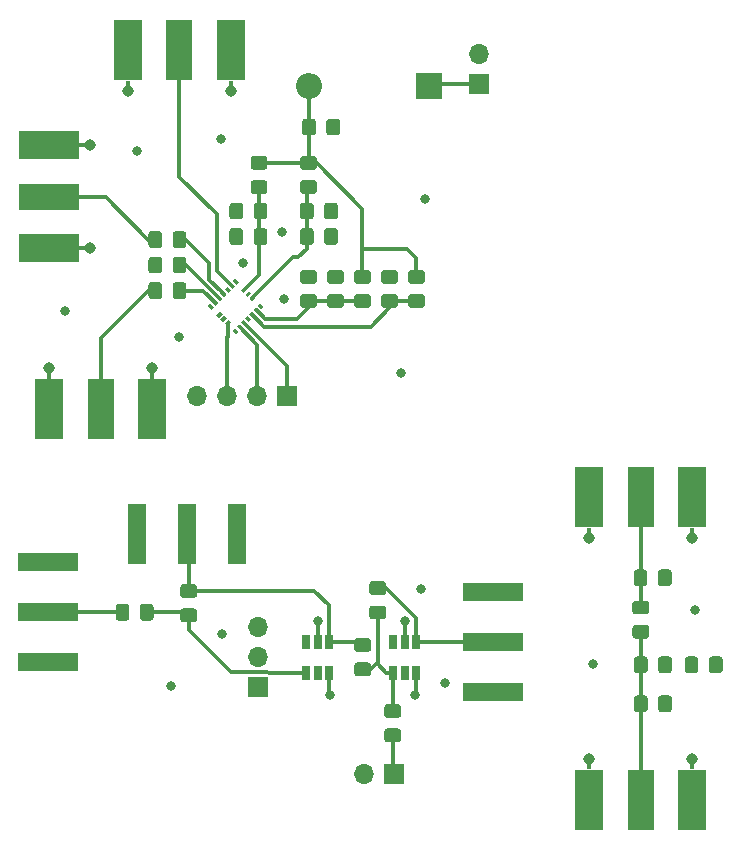
<source format=gbr>
G04 #@! TF.GenerationSoftware,KiCad,Pcbnew,(5.1.5)-3*
G04 #@! TF.CreationDate,2020-03-06T11:59:56-08:00*
G04 #@! TF.ProjectId,StabilityTestRev0,53746162-696c-4697-9479-546573745265,rev?*
G04 #@! TF.SameCoordinates,Original*
G04 #@! TF.FileFunction,Copper,L1,Top*
G04 #@! TF.FilePolarity,Positive*
%FSLAX46Y46*%
G04 Gerber Fmt 4.6, Leading zero omitted, Abs format (unit mm)*
G04 Created by KiCad (PCBNEW (5.1.5)-3) date 2020-03-06 11:59:56*
%MOMM*%
%LPD*%
G04 APERTURE LIST*
%ADD10R,0.460000X0.950000*%
%ADD11C,0.970000*%
%ADD12R,2.420000X5.080000*%
%ADD13R,2.290000X5.080000*%
%ADD14C,0.100000*%
%ADD15R,2.200000X2.200000*%
%ADD16O,2.200000X2.200000*%
%ADD17O,1.700000X1.700000*%
%ADD18R,1.700000X1.700000*%
%ADD19R,5.080000X2.290000*%
%ADD20R,5.080000X2.420000*%
%ADD21R,0.950000X0.460000*%
%ADD22R,5.080000X1.500000*%
%ADD23R,1.500000X5.080000*%
%ADD24R,0.650000X1.220000*%
%ADD25C,0.800000*%
%ADD26C,0.304800*%
G04 APERTURE END LIST*
D10*
X69216500Y-55346600D03*
X77976500Y-55346600D03*
D11*
X69216500Y-55796600D03*
X77976500Y-55796600D03*
D12*
X69216500Y-52356600D03*
X77976500Y-52356600D03*
D13*
X73596500Y-52356600D03*
G04 #@! TA.AperFunction,SMDPad,CuDef*
D14*
G36*
X84993005Y-63354304D02*
G01*
X85017273Y-63357904D01*
X85041072Y-63363865D01*
X85064171Y-63372130D01*
X85086350Y-63382620D01*
X85107393Y-63395232D01*
X85127099Y-63409847D01*
X85145277Y-63426323D01*
X85161753Y-63444501D01*
X85176368Y-63464207D01*
X85188980Y-63485250D01*
X85199470Y-63507429D01*
X85207735Y-63530528D01*
X85213696Y-63554327D01*
X85217296Y-63578595D01*
X85218500Y-63603099D01*
X85218500Y-64253101D01*
X85217296Y-64277605D01*
X85213696Y-64301873D01*
X85207735Y-64325672D01*
X85199470Y-64348771D01*
X85188980Y-64370950D01*
X85176368Y-64391993D01*
X85161753Y-64411699D01*
X85145277Y-64429877D01*
X85127099Y-64446353D01*
X85107393Y-64460968D01*
X85086350Y-64473580D01*
X85064171Y-64484070D01*
X85041072Y-64492335D01*
X85017273Y-64498296D01*
X84993005Y-64501896D01*
X84968501Y-64503100D01*
X84068499Y-64503100D01*
X84043995Y-64501896D01*
X84019727Y-64498296D01*
X83995928Y-64492335D01*
X83972829Y-64484070D01*
X83950650Y-64473580D01*
X83929607Y-64460968D01*
X83909901Y-64446353D01*
X83891723Y-64429877D01*
X83875247Y-64411699D01*
X83860632Y-64391993D01*
X83848020Y-64370950D01*
X83837530Y-64348771D01*
X83829265Y-64325672D01*
X83823304Y-64301873D01*
X83819704Y-64277605D01*
X83818500Y-64253101D01*
X83818500Y-63603099D01*
X83819704Y-63578595D01*
X83823304Y-63554327D01*
X83829265Y-63530528D01*
X83837530Y-63507429D01*
X83848020Y-63485250D01*
X83860632Y-63464207D01*
X83875247Y-63444501D01*
X83891723Y-63426323D01*
X83909901Y-63409847D01*
X83929607Y-63395232D01*
X83950650Y-63382620D01*
X83972829Y-63372130D01*
X83995928Y-63363865D01*
X84019727Y-63357904D01*
X84043995Y-63354304D01*
X84068499Y-63353100D01*
X84968501Y-63353100D01*
X84993005Y-63354304D01*
G37*
G04 #@! TD.AperFunction*
G04 #@! TA.AperFunction,SMDPad,CuDef*
G36*
X84993005Y-61304304D02*
G01*
X85017273Y-61307904D01*
X85041072Y-61313865D01*
X85064171Y-61322130D01*
X85086350Y-61332620D01*
X85107393Y-61345232D01*
X85127099Y-61359847D01*
X85145277Y-61376323D01*
X85161753Y-61394501D01*
X85176368Y-61414207D01*
X85188980Y-61435250D01*
X85199470Y-61457429D01*
X85207735Y-61480528D01*
X85213696Y-61504327D01*
X85217296Y-61528595D01*
X85218500Y-61553099D01*
X85218500Y-62203101D01*
X85217296Y-62227605D01*
X85213696Y-62251873D01*
X85207735Y-62275672D01*
X85199470Y-62298771D01*
X85188980Y-62320950D01*
X85176368Y-62341993D01*
X85161753Y-62361699D01*
X85145277Y-62379877D01*
X85127099Y-62396353D01*
X85107393Y-62410968D01*
X85086350Y-62423580D01*
X85064171Y-62434070D01*
X85041072Y-62442335D01*
X85017273Y-62448296D01*
X84993005Y-62451896D01*
X84968501Y-62453100D01*
X84068499Y-62453100D01*
X84043995Y-62451896D01*
X84019727Y-62448296D01*
X83995928Y-62442335D01*
X83972829Y-62434070D01*
X83950650Y-62423580D01*
X83929607Y-62410968D01*
X83909901Y-62396353D01*
X83891723Y-62379877D01*
X83875247Y-62361699D01*
X83860632Y-62341993D01*
X83848020Y-62320950D01*
X83837530Y-62298771D01*
X83829265Y-62275672D01*
X83823304Y-62251873D01*
X83819704Y-62227605D01*
X83818500Y-62203101D01*
X83818500Y-61553099D01*
X83819704Y-61528595D01*
X83823304Y-61504327D01*
X83829265Y-61480528D01*
X83837530Y-61457429D01*
X83848020Y-61435250D01*
X83860632Y-61414207D01*
X83875247Y-61394501D01*
X83891723Y-61376323D01*
X83909901Y-61359847D01*
X83929607Y-61345232D01*
X83950650Y-61332620D01*
X83972829Y-61322130D01*
X83995928Y-61313865D01*
X84019727Y-61307904D01*
X84043995Y-61304304D01*
X84068499Y-61303100D01*
X84968501Y-61303100D01*
X84993005Y-61304304D01*
G37*
G04 #@! TD.AperFunction*
G04 #@! TA.AperFunction,SMDPad,CuDef*
G36*
X84913505Y-58140304D02*
G01*
X84937773Y-58143904D01*
X84961572Y-58149865D01*
X84984671Y-58158130D01*
X85006850Y-58168620D01*
X85027893Y-58181232D01*
X85047599Y-58195847D01*
X85065777Y-58212323D01*
X85082253Y-58230501D01*
X85096868Y-58250207D01*
X85109480Y-58271250D01*
X85119970Y-58293429D01*
X85128235Y-58316528D01*
X85134196Y-58340327D01*
X85137796Y-58364595D01*
X85139000Y-58389099D01*
X85139000Y-59289101D01*
X85137796Y-59313605D01*
X85134196Y-59337873D01*
X85128235Y-59361672D01*
X85119970Y-59384771D01*
X85109480Y-59406950D01*
X85096868Y-59427993D01*
X85082253Y-59447699D01*
X85065777Y-59465877D01*
X85047599Y-59482353D01*
X85027893Y-59496968D01*
X85006850Y-59509580D01*
X84984671Y-59520070D01*
X84961572Y-59528335D01*
X84937773Y-59534296D01*
X84913505Y-59537896D01*
X84889001Y-59539100D01*
X84238999Y-59539100D01*
X84214495Y-59537896D01*
X84190227Y-59534296D01*
X84166428Y-59528335D01*
X84143329Y-59520070D01*
X84121150Y-59509580D01*
X84100107Y-59496968D01*
X84080401Y-59482353D01*
X84062223Y-59465877D01*
X84045747Y-59447699D01*
X84031132Y-59427993D01*
X84018520Y-59406950D01*
X84008030Y-59384771D01*
X83999765Y-59361672D01*
X83993804Y-59337873D01*
X83990204Y-59313605D01*
X83989000Y-59289101D01*
X83989000Y-58389099D01*
X83990204Y-58364595D01*
X83993804Y-58340327D01*
X83999765Y-58316528D01*
X84008030Y-58293429D01*
X84018520Y-58271250D01*
X84031132Y-58250207D01*
X84045747Y-58230501D01*
X84062223Y-58212323D01*
X84080401Y-58195847D01*
X84100107Y-58181232D01*
X84121150Y-58168620D01*
X84143329Y-58158130D01*
X84166428Y-58149865D01*
X84190227Y-58143904D01*
X84214495Y-58140304D01*
X84238999Y-58139100D01*
X84889001Y-58139100D01*
X84913505Y-58140304D01*
G37*
G04 #@! TD.AperFunction*
G04 #@! TA.AperFunction,SMDPad,CuDef*
G36*
X86963505Y-58140304D02*
G01*
X86987773Y-58143904D01*
X87011572Y-58149865D01*
X87034671Y-58158130D01*
X87056850Y-58168620D01*
X87077893Y-58181232D01*
X87097599Y-58195847D01*
X87115777Y-58212323D01*
X87132253Y-58230501D01*
X87146868Y-58250207D01*
X87159480Y-58271250D01*
X87169970Y-58293429D01*
X87178235Y-58316528D01*
X87184196Y-58340327D01*
X87187796Y-58364595D01*
X87189000Y-58389099D01*
X87189000Y-59289101D01*
X87187796Y-59313605D01*
X87184196Y-59337873D01*
X87178235Y-59361672D01*
X87169970Y-59384771D01*
X87159480Y-59406950D01*
X87146868Y-59427993D01*
X87132253Y-59447699D01*
X87115777Y-59465877D01*
X87097599Y-59482353D01*
X87077893Y-59496968D01*
X87056850Y-59509580D01*
X87034671Y-59520070D01*
X87011572Y-59528335D01*
X86987773Y-59534296D01*
X86963505Y-59537896D01*
X86939001Y-59539100D01*
X86288999Y-59539100D01*
X86264495Y-59537896D01*
X86240227Y-59534296D01*
X86216428Y-59528335D01*
X86193329Y-59520070D01*
X86171150Y-59509580D01*
X86150107Y-59496968D01*
X86130401Y-59482353D01*
X86112223Y-59465877D01*
X86095747Y-59447699D01*
X86081132Y-59427993D01*
X86068520Y-59406950D01*
X86058030Y-59384771D01*
X86049765Y-59361672D01*
X86043804Y-59337873D01*
X86040204Y-59313605D01*
X86039000Y-59289101D01*
X86039000Y-58389099D01*
X86040204Y-58364595D01*
X86043804Y-58340327D01*
X86049765Y-58316528D01*
X86058030Y-58293429D01*
X86068520Y-58271250D01*
X86081132Y-58250207D01*
X86095747Y-58230501D01*
X86112223Y-58212323D01*
X86130401Y-58195847D01*
X86150107Y-58181232D01*
X86171150Y-58168620D01*
X86193329Y-58158130D01*
X86216428Y-58149865D01*
X86240227Y-58143904D01*
X86264495Y-58140304D01*
X86288999Y-58139100D01*
X86939001Y-58139100D01*
X86963505Y-58140304D01*
G37*
G04 #@! TD.AperFunction*
G04 #@! TA.AperFunction,SMDPad,CuDef*
G36*
X87279005Y-70956304D02*
G01*
X87303273Y-70959904D01*
X87327072Y-70965865D01*
X87350171Y-70974130D01*
X87372350Y-70984620D01*
X87393393Y-70997232D01*
X87413099Y-71011847D01*
X87431277Y-71028323D01*
X87447753Y-71046501D01*
X87462368Y-71066207D01*
X87474980Y-71087250D01*
X87485470Y-71109429D01*
X87493735Y-71132528D01*
X87499696Y-71156327D01*
X87503296Y-71180595D01*
X87504500Y-71205099D01*
X87504500Y-71855101D01*
X87503296Y-71879605D01*
X87499696Y-71903873D01*
X87493735Y-71927672D01*
X87485470Y-71950771D01*
X87474980Y-71972950D01*
X87462368Y-71993993D01*
X87447753Y-72013699D01*
X87431277Y-72031877D01*
X87413099Y-72048353D01*
X87393393Y-72062968D01*
X87372350Y-72075580D01*
X87350171Y-72086070D01*
X87327072Y-72094335D01*
X87303273Y-72100296D01*
X87279005Y-72103896D01*
X87254501Y-72105100D01*
X86354499Y-72105100D01*
X86329995Y-72103896D01*
X86305727Y-72100296D01*
X86281928Y-72094335D01*
X86258829Y-72086070D01*
X86236650Y-72075580D01*
X86215607Y-72062968D01*
X86195901Y-72048353D01*
X86177723Y-72031877D01*
X86161247Y-72013699D01*
X86146632Y-71993993D01*
X86134020Y-71972950D01*
X86123530Y-71950771D01*
X86115265Y-71927672D01*
X86109304Y-71903873D01*
X86105704Y-71879605D01*
X86104500Y-71855101D01*
X86104500Y-71205099D01*
X86105704Y-71180595D01*
X86109304Y-71156327D01*
X86115265Y-71132528D01*
X86123530Y-71109429D01*
X86134020Y-71087250D01*
X86146632Y-71066207D01*
X86161247Y-71046501D01*
X86177723Y-71028323D01*
X86195901Y-71011847D01*
X86215607Y-70997232D01*
X86236650Y-70984620D01*
X86258829Y-70974130D01*
X86281928Y-70965865D01*
X86305727Y-70959904D01*
X86329995Y-70956304D01*
X86354499Y-70955100D01*
X87254501Y-70955100D01*
X87279005Y-70956304D01*
G37*
G04 #@! TD.AperFunction*
G04 #@! TA.AperFunction,SMDPad,CuDef*
G36*
X87279005Y-73006304D02*
G01*
X87303273Y-73009904D01*
X87327072Y-73015865D01*
X87350171Y-73024130D01*
X87372350Y-73034620D01*
X87393393Y-73047232D01*
X87413099Y-73061847D01*
X87431277Y-73078323D01*
X87447753Y-73096501D01*
X87462368Y-73116207D01*
X87474980Y-73137250D01*
X87485470Y-73159429D01*
X87493735Y-73182528D01*
X87499696Y-73206327D01*
X87503296Y-73230595D01*
X87504500Y-73255099D01*
X87504500Y-73905101D01*
X87503296Y-73929605D01*
X87499696Y-73953873D01*
X87493735Y-73977672D01*
X87485470Y-74000771D01*
X87474980Y-74022950D01*
X87462368Y-74043993D01*
X87447753Y-74063699D01*
X87431277Y-74081877D01*
X87413099Y-74098353D01*
X87393393Y-74112968D01*
X87372350Y-74125580D01*
X87350171Y-74136070D01*
X87327072Y-74144335D01*
X87303273Y-74150296D01*
X87279005Y-74153896D01*
X87254501Y-74155100D01*
X86354499Y-74155100D01*
X86329995Y-74153896D01*
X86305727Y-74150296D01*
X86281928Y-74144335D01*
X86258829Y-74136070D01*
X86236650Y-74125580D01*
X86215607Y-74112968D01*
X86195901Y-74098353D01*
X86177723Y-74081877D01*
X86161247Y-74063699D01*
X86146632Y-74043993D01*
X86134020Y-74022950D01*
X86123530Y-74000771D01*
X86115265Y-73977672D01*
X86109304Y-73953873D01*
X86105704Y-73929605D01*
X86104500Y-73905101D01*
X86104500Y-73255099D01*
X86105704Y-73230595D01*
X86109304Y-73206327D01*
X86115265Y-73182528D01*
X86123530Y-73159429D01*
X86134020Y-73137250D01*
X86146632Y-73116207D01*
X86161247Y-73096501D01*
X86177723Y-73078323D01*
X86195901Y-73061847D01*
X86215607Y-73047232D01*
X86236650Y-73034620D01*
X86258829Y-73024130D01*
X86281928Y-73015865D01*
X86305727Y-73009904D01*
X86329995Y-73006304D01*
X86354499Y-73005100D01*
X87254501Y-73005100D01*
X87279005Y-73006304D01*
G37*
G04 #@! TD.AperFunction*
G04 #@! TA.AperFunction,SMDPad,CuDef*
G36*
X84993005Y-73006304D02*
G01*
X85017273Y-73009904D01*
X85041072Y-73015865D01*
X85064171Y-73024130D01*
X85086350Y-73034620D01*
X85107393Y-73047232D01*
X85127099Y-73061847D01*
X85145277Y-73078323D01*
X85161753Y-73096501D01*
X85176368Y-73116207D01*
X85188980Y-73137250D01*
X85199470Y-73159429D01*
X85207735Y-73182528D01*
X85213696Y-73206327D01*
X85217296Y-73230595D01*
X85218500Y-73255099D01*
X85218500Y-73905101D01*
X85217296Y-73929605D01*
X85213696Y-73953873D01*
X85207735Y-73977672D01*
X85199470Y-74000771D01*
X85188980Y-74022950D01*
X85176368Y-74043993D01*
X85161753Y-74063699D01*
X85145277Y-74081877D01*
X85127099Y-74098353D01*
X85107393Y-74112968D01*
X85086350Y-74125580D01*
X85064171Y-74136070D01*
X85041072Y-74144335D01*
X85017273Y-74150296D01*
X84993005Y-74153896D01*
X84968501Y-74155100D01*
X84068499Y-74155100D01*
X84043995Y-74153896D01*
X84019727Y-74150296D01*
X83995928Y-74144335D01*
X83972829Y-74136070D01*
X83950650Y-74125580D01*
X83929607Y-74112968D01*
X83909901Y-74098353D01*
X83891723Y-74081877D01*
X83875247Y-74063699D01*
X83860632Y-74043993D01*
X83848020Y-74022950D01*
X83837530Y-74000771D01*
X83829265Y-73977672D01*
X83823304Y-73953873D01*
X83819704Y-73929605D01*
X83818500Y-73905101D01*
X83818500Y-73255099D01*
X83819704Y-73230595D01*
X83823304Y-73206327D01*
X83829265Y-73182528D01*
X83837530Y-73159429D01*
X83848020Y-73137250D01*
X83860632Y-73116207D01*
X83875247Y-73096501D01*
X83891723Y-73078323D01*
X83909901Y-73061847D01*
X83929607Y-73047232D01*
X83950650Y-73034620D01*
X83972829Y-73024130D01*
X83995928Y-73015865D01*
X84019727Y-73009904D01*
X84043995Y-73006304D01*
X84068499Y-73005100D01*
X84968501Y-73005100D01*
X84993005Y-73006304D01*
G37*
G04 #@! TD.AperFunction*
G04 #@! TA.AperFunction,SMDPad,CuDef*
G36*
X84993005Y-70956304D02*
G01*
X85017273Y-70959904D01*
X85041072Y-70965865D01*
X85064171Y-70974130D01*
X85086350Y-70984620D01*
X85107393Y-70997232D01*
X85127099Y-71011847D01*
X85145277Y-71028323D01*
X85161753Y-71046501D01*
X85176368Y-71066207D01*
X85188980Y-71087250D01*
X85199470Y-71109429D01*
X85207735Y-71132528D01*
X85213696Y-71156327D01*
X85217296Y-71180595D01*
X85218500Y-71205099D01*
X85218500Y-71855101D01*
X85217296Y-71879605D01*
X85213696Y-71903873D01*
X85207735Y-71927672D01*
X85199470Y-71950771D01*
X85188980Y-71972950D01*
X85176368Y-71993993D01*
X85161753Y-72013699D01*
X85145277Y-72031877D01*
X85127099Y-72048353D01*
X85107393Y-72062968D01*
X85086350Y-72075580D01*
X85064171Y-72086070D01*
X85041072Y-72094335D01*
X85017273Y-72100296D01*
X84993005Y-72103896D01*
X84968501Y-72105100D01*
X84068499Y-72105100D01*
X84043995Y-72103896D01*
X84019727Y-72100296D01*
X83995928Y-72094335D01*
X83972829Y-72086070D01*
X83950650Y-72075580D01*
X83929607Y-72062968D01*
X83909901Y-72048353D01*
X83891723Y-72031877D01*
X83875247Y-72013699D01*
X83860632Y-71993993D01*
X83848020Y-71972950D01*
X83837530Y-71950771D01*
X83829265Y-71927672D01*
X83823304Y-71903873D01*
X83819704Y-71879605D01*
X83818500Y-71855101D01*
X83818500Y-71205099D01*
X83819704Y-71180595D01*
X83823304Y-71156327D01*
X83829265Y-71132528D01*
X83837530Y-71109429D01*
X83848020Y-71087250D01*
X83860632Y-71066207D01*
X83875247Y-71046501D01*
X83891723Y-71028323D01*
X83909901Y-71011847D01*
X83929607Y-70997232D01*
X83950650Y-70984620D01*
X83972829Y-70974130D01*
X83995928Y-70965865D01*
X84019727Y-70959904D01*
X84043995Y-70956304D01*
X84068499Y-70955100D01*
X84968501Y-70955100D01*
X84993005Y-70956304D01*
G37*
G04 #@! TD.AperFunction*
G04 #@! TA.AperFunction,SMDPad,CuDef*
G36*
X71896005Y-67665304D02*
G01*
X71920273Y-67668904D01*
X71944072Y-67674865D01*
X71967171Y-67683130D01*
X71989350Y-67693620D01*
X72010393Y-67706232D01*
X72030099Y-67720847D01*
X72048277Y-67737323D01*
X72064753Y-67755501D01*
X72079368Y-67775207D01*
X72091980Y-67796250D01*
X72102470Y-67818429D01*
X72110735Y-67841528D01*
X72116696Y-67865327D01*
X72120296Y-67889595D01*
X72121500Y-67914099D01*
X72121500Y-68814101D01*
X72120296Y-68838605D01*
X72116696Y-68862873D01*
X72110735Y-68886672D01*
X72102470Y-68909771D01*
X72091980Y-68931950D01*
X72079368Y-68952993D01*
X72064753Y-68972699D01*
X72048277Y-68990877D01*
X72030099Y-69007353D01*
X72010393Y-69021968D01*
X71989350Y-69034580D01*
X71967171Y-69045070D01*
X71944072Y-69053335D01*
X71920273Y-69059296D01*
X71896005Y-69062896D01*
X71871501Y-69064100D01*
X71221499Y-69064100D01*
X71196995Y-69062896D01*
X71172727Y-69059296D01*
X71148928Y-69053335D01*
X71125829Y-69045070D01*
X71103650Y-69034580D01*
X71082607Y-69021968D01*
X71062901Y-69007353D01*
X71044723Y-68990877D01*
X71028247Y-68972699D01*
X71013632Y-68952993D01*
X71001020Y-68931950D01*
X70990530Y-68909771D01*
X70982265Y-68886672D01*
X70976304Y-68862873D01*
X70972704Y-68838605D01*
X70971500Y-68814101D01*
X70971500Y-67914099D01*
X70972704Y-67889595D01*
X70976304Y-67865327D01*
X70982265Y-67841528D01*
X70990530Y-67818429D01*
X71001020Y-67796250D01*
X71013632Y-67775207D01*
X71028247Y-67755501D01*
X71044723Y-67737323D01*
X71062901Y-67720847D01*
X71082607Y-67706232D01*
X71103650Y-67693620D01*
X71125829Y-67683130D01*
X71148928Y-67674865D01*
X71172727Y-67668904D01*
X71196995Y-67665304D01*
X71221499Y-67664100D01*
X71871501Y-67664100D01*
X71896005Y-67665304D01*
G37*
G04 #@! TD.AperFunction*
G04 #@! TA.AperFunction,SMDPad,CuDef*
G36*
X73946005Y-67665304D02*
G01*
X73970273Y-67668904D01*
X73994072Y-67674865D01*
X74017171Y-67683130D01*
X74039350Y-67693620D01*
X74060393Y-67706232D01*
X74080099Y-67720847D01*
X74098277Y-67737323D01*
X74114753Y-67755501D01*
X74129368Y-67775207D01*
X74141980Y-67796250D01*
X74152470Y-67818429D01*
X74160735Y-67841528D01*
X74166696Y-67865327D01*
X74170296Y-67889595D01*
X74171500Y-67914099D01*
X74171500Y-68814101D01*
X74170296Y-68838605D01*
X74166696Y-68862873D01*
X74160735Y-68886672D01*
X74152470Y-68909771D01*
X74141980Y-68931950D01*
X74129368Y-68952993D01*
X74114753Y-68972699D01*
X74098277Y-68990877D01*
X74080099Y-69007353D01*
X74060393Y-69021968D01*
X74039350Y-69034580D01*
X74017171Y-69045070D01*
X73994072Y-69053335D01*
X73970273Y-69059296D01*
X73946005Y-69062896D01*
X73921501Y-69064100D01*
X73271499Y-69064100D01*
X73246995Y-69062896D01*
X73222727Y-69059296D01*
X73198928Y-69053335D01*
X73175829Y-69045070D01*
X73153650Y-69034580D01*
X73132607Y-69021968D01*
X73112901Y-69007353D01*
X73094723Y-68990877D01*
X73078247Y-68972699D01*
X73063632Y-68952993D01*
X73051020Y-68931950D01*
X73040530Y-68909771D01*
X73032265Y-68886672D01*
X73026304Y-68862873D01*
X73022704Y-68838605D01*
X73021500Y-68814101D01*
X73021500Y-67914099D01*
X73022704Y-67889595D01*
X73026304Y-67865327D01*
X73032265Y-67841528D01*
X73040530Y-67818429D01*
X73051020Y-67796250D01*
X73063632Y-67775207D01*
X73078247Y-67755501D01*
X73094723Y-67737323D01*
X73112901Y-67720847D01*
X73132607Y-67706232D01*
X73153650Y-67693620D01*
X73175829Y-67683130D01*
X73198928Y-67674865D01*
X73222727Y-67668904D01*
X73246995Y-67665304D01*
X73271499Y-67664100D01*
X73921501Y-67664100D01*
X73946005Y-67665304D01*
G37*
G04 #@! TD.AperFunction*
G04 #@! TA.AperFunction,SMDPad,CuDef*
G36*
X91851005Y-72997304D02*
G01*
X91875273Y-73000904D01*
X91899072Y-73006865D01*
X91922171Y-73015130D01*
X91944350Y-73025620D01*
X91965393Y-73038232D01*
X91985099Y-73052847D01*
X92003277Y-73069323D01*
X92019753Y-73087501D01*
X92034368Y-73107207D01*
X92046980Y-73128250D01*
X92057470Y-73150429D01*
X92065735Y-73173528D01*
X92071696Y-73197327D01*
X92075296Y-73221595D01*
X92076500Y-73246099D01*
X92076500Y-73896101D01*
X92075296Y-73920605D01*
X92071696Y-73944873D01*
X92065735Y-73968672D01*
X92057470Y-73991771D01*
X92046980Y-74013950D01*
X92034368Y-74034993D01*
X92019753Y-74054699D01*
X92003277Y-74072877D01*
X91985099Y-74089353D01*
X91965393Y-74103968D01*
X91944350Y-74116580D01*
X91922171Y-74127070D01*
X91899072Y-74135335D01*
X91875273Y-74141296D01*
X91851005Y-74144896D01*
X91826501Y-74146100D01*
X90926499Y-74146100D01*
X90901995Y-74144896D01*
X90877727Y-74141296D01*
X90853928Y-74135335D01*
X90830829Y-74127070D01*
X90808650Y-74116580D01*
X90787607Y-74103968D01*
X90767901Y-74089353D01*
X90749723Y-74072877D01*
X90733247Y-74054699D01*
X90718632Y-74034993D01*
X90706020Y-74013950D01*
X90695530Y-73991771D01*
X90687265Y-73968672D01*
X90681304Y-73944873D01*
X90677704Y-73920605D01*
X90676500Y-73896101D01*
X90676500Y-73246099D01*
X90677704Y-73221595D01*
X90681304Y-73197327D01*
X90687265Y-73173528D01*
X90695530Y-73150429D01*
X90706020Y-73128250D01*
X90718632Y-73107207D01*
X90733247Y-73087501D01*
X90749723Y-73069323D01*
X90767901Y-73052847D01*
X90787607Y-73038232D01*
X90808650Y-73025620D01*
X90830829Y-73015130D01*
X90853928Y-73006865D01*
X90877727Y-73000904D01*
X90901995Y-72997304D01*
X90926499Y-72996100D01*
X91826501Y-72996100D01*
X91851005Y-72997304D01*
G37*
G04 #@! TD.AperFunction*
G04 #@! TA.AperFunction,SMDPad,CuDef*
G36*
X91851005Y-70947304D02*
G01*
X91875273Y-70950904D01*
X91899072Y-70956865D01*
X91922171Y-70965130D01*
X91944350Y-70975620D01*
X91965393Y-70988232D01*
X91985099Y-71002847D01*
X92003277Y-71019323D01*
X92019753Y-71037501D01*
X92034368Y-71057207D01*
X92046980Y-71078250D01*
X92057470Y-71100429D01*
X92065735Y-71123528D01*
X92071696Y-71147327D01*
X92075296Y-71171595D01*
X92076500Y-71196099D01*
X92076500Y-71846101D01*
X92075296Y-71870605D01*
X92071696Y-71894873D01*
X92065735Y-71918672D01*
X92057470Y-71941771D01*
X92046980Y-71963950D01*
X92034368Y-71984993D01*
X92019753Y-72004699D01*
X92003277Y-72022877D01*
X91985099Y-72039353D01*
X91965393Y-72053968D01*
X91944350Y-72066580D01*
X91922171Y-72077070D01*
X91899072Y-72085335D01*
X91875273Y-72091296D01*
X91851005Y-72094896D01*
X91826501Y-72096100D01*
X90926499Y-72096100D01*
X90901995Y-72094896D01*
X90877727Y-72091296D01*
X90853928Y-72085335D01*
X90830829Y-72077070D01*
X90808650Y-72066580D01*
X90787607Y-72053968D01*
X90767901Y-72039353D01*
X90749723Y-72022877D01*
X90733247Y-72004699D01*
X90718632Y-71984993D01*
X90706020Y-71963950D01*
X90695530Y-71941771D01*
X90687265Y-71918672D01*
X90681304Y-71894873D01*
X90677704Y-71870605D01*
X90676500Y-71846101D01*
X90676500Y-71196099D01*
X90677704Y-71171595D01*
X90681304Y-71147327D01*
X90687265Y-71123528D01*
X90695530Y-71100429D01*
X90706020Y-71078250D01*
X90718632Y-71057207D01*
X90733247Y-71037501D01*
X90749723Y-71019323D01*
X90767901Y-71002847D01*
X90787607Y-70988232D01*
X90808650Y-70975620D01*
X90830829Y-70965130D01*
X90853928Y-70956865D01*
X90877727Y-70950904D01*
X90901995Y-70947304D01*
X90926499Y-70946100D01*
X91826501Y-70946100D01*
X91851005Y-70947304D01*
G37*
G04 #@! TD.AperFunction*
G04 #@! TA.AperFunction,SMDPad,CuDef*
G36*
X86773005Y-67411304D02*
G01*
X86797273Y-67414904D01*
X86821072Y-67420865D01*
X86844171Y-67429130D01*
X86866350Y-67439620D01*
X86887393Y-67452232D01*
X86907099Y-67466847D01*
X86925277Y-67483323D01*
X86941753Y-67501501D01*
X86956368Y-67521207D01*
X86968980Y-67542250D01*
X86979470Y-67564429D01*
X86987735Y-67587528D01*
X86993696Y-67611327D01*
X86997296Y-67635595D01*
X86998500Y-67660099D01*
X86998500Y-68560101D01*
X86997296Y-68584605D01*
X86993696Y-68608873D01*
X86987735Y-68632672D01*
X86979470Y-68655771D01*
X86968980Y-68677950D01*
X86956368Y-68698993D01*
X86941753Y-68718699D01*
X86925277Y-68736877D01*
X86907099Y-68753353D01*
X86887393Y-68767968D01*
X86866350Y-68780580D01*
X86844171Y-68791070D01*
X86821072Y-68799335D01*
X86797273Y-68805296D01*
X86773005Y-68808896D01*
X86748501Y-68810100D01*
X86098499Y-68810100D01*
X86073995Y-68808896D01*
X86049727Y-68805296D01*
X86025928Y-68799335D01*
X86002829Y-68791070D01*
X85980650Y-68780580D01*
X85959607Y-68767968D01*
X85939901Y-68753353D01*
X85921723Y-68736877D01*
X85905247Y-68718699D01*
X85890632Y-68698993D01*
X85878020Y-68677950D01*
X85867530Y-68655771D01*
X85859265Y-68632672D01*
X85853304Y-68608873D01*
X85849704Y-68584605D01*
X85848500Y-68560101D01*
X85848500Y-67660099D01*
X85849704Y-67635595D01*
X85853304Y-67611327D01*
X85859265Y-67587528D01*
X85867530Y-67564429D01*
X85878020Y-67542250D01*
X85890632Y-67521207D01*
X85905247Y-67501501D01*
X85921723Y-67483323D01*
X85939901Y-67466847D01*
X85959607Y-67452232D01*
X85980650Y-67439620D01*
X86002829Y-67429130D01*
X86025928Y-67420865D01*
X86049727Y-67414904D01*
X86073995Y-67411304D01*
X86098499Y-67410100D01*
X86748501Y-67410100D01*
X86773005Y-67411304D01*
G37*
G04 #@! TD.AperFunction*
G04 #@! TA.AperFunction,SMDPad,CuDef*
G36*
X84723005Y-67411304D02*
G01*
X84747273Y-67414904D01*
X84771072Y-67420865D01*
X84794171Y-67429130D01*
X84816350Y-67439620D01*
X84837393Y-67452232D01*
X84857099Y-67466847D01*
X84875277Y-67483323D01*
X84891753Y-67501501D01*
X84906368Y-67521207D01*
X84918980Y-67542250D01*
X84929470Y-67564429D01*
X84937735Y-67587528D01*
X84943696Y-67611327D01*
X84947296Y-67635595D01*
X84948500Y-67660099D01*
X84948500Y-68560101D01*
X84947296Y-68584605D01*
X84943696Y-68608873D01*
X84937735Y-68632672D01*
X84929470Y-68655771D01*
X84918980Y-68677950D01*
X84906368Y-68698993D01*
X84891753Y-68718699D01*
X84875277Y-68736877D01*
X84857099Y-68753353D01*
X84837393Y-68767968D01*
X84816350Y-68780580D01*
X84794171Y-68791070D01*
X84771072Y-68799335D01*
X84747273Y-68805296D01*
X84723005Y-68808896D01*
X84698501Y-68810100D01*
X84048499Y-68810100D01*
X84023995Y-68808896D01*
X83999727Y-68805296D01*
X83975928Y-68799335D01*
X83952829Y-68791070D01*
X83930650Y-68780580D01*
X83909607Y-68767968D01*
X83889901Y-68753353D01*
X83871723Y-68736877D01*
X83855247Y-68718699D01*
X83840632Y-68698993D01*
X83828020Y-68677950D01*
X83817530Y-68655771D01*
X83809265Y-68632672D01*
X83803304Y-68608873D01*
X83799704Y-68584605D01*
X83798500Y-68560101D01*
X83798500Y-67660099D01*
X83799704Y-67635595D01*
X83803304Y-67611327D01*
X83809265Y-67587528D01*
X83817530Y-67564429D01*
X83828020Y-67542250D01*
X83840632Y-67521207D01*
X83855247Y-67501501D01*
X83871723Y-67483323D01*
X83889901Y-67466847D01*
X83909607Y-67452232D01*
X83930650Y-67439620D01*
X83952829Y-67429130D01*
X83975928Y-67420865D01*
X83999727Y-67414904D01*
X84023995Y-67411304D01*
X84048499Y-67410100D01*
X84698501Y-67410100D01*
X84723005Y-67411304D01*
G37*
G04 #@! TD.AperFunction*
G04 #@! TA.AperFunction,SMDPad,CuDef*
G36*
X84723005Y-65252304D02*
G01*
X84747273Y-65255904D01*
X84771072Y-65261865D01*
X84794171Y-65270130D01*
X84816350Y-65280620D01*
X84837393Y-65293232D01*
X84857099Y-65307847D01*
X84875277Y-65324323D01*
X84891753Y-65342501D01*
X84906368Y-65362207D01*
X84918980Y-65383250D01*
X84929470Y-65405429D01*
X84937735Y-65428528D01*
X84943696Y-65452327D01*
X84947296Y-65476595D01*
X84948500Y-65501099D01*
X84948500Y-66401101D01*
X84947296Y-66425605D01*
X84943696Y-66449873D01*
X84937735Y-66473672D01*
X84929470Y-66496771D01*
X84918980Y-66518950D01*
X84906368Y-66539993D01*
X84891753Y-66559699D01*
X84875277Y-66577877D01*
X84857099Y-66594353D01*
X84837393Y-66608968D01*
X84816350Y-66621580D01*
X84794171Y-66632070D01*
X84771072Y-66640335D01*
X84747273Y-66646296D01*
X84723005Y-66649896D01*
X84698501Y-66651100D01*
X84048499Y-66651100D01*
X84023995Y-66649896D01*
X83999727Y-66646296D01*
X83975928Y-66640335D01*
X83952829Y-66632070D01*
X83930650Y-66621580D01*
X83909607Y-66608968D01*
X83889901Y-66594353D01*
X83871723Y-66577877D01*
X83855247Y-66559699D01*
X83840632Y-66539993D01*
X83828020Y-66518950D01*
X83817530Y-66496771D01*
X83809265Y-66473672D01*
X83803304Y-66449873D01*
X83799704Y-66425605D01*
X83798500Y-66401101D01*
X83798500Y-65501099D01*
X83799704Y-65476595D01*
X83803304Y-65452327D01*
X83809265Y-65428528D01*
X83817530Y-65405429D01*
X83828020Y-65383250D01*
X83840632Y-65362207D01*
X83855247Y-65342501D01*
X83871723Y-65324323D01*
X83889901Y-65307847D01*
X83909607Y-65293232D01*
X83930650Y-65280620D01*
X83952829Y-65270130D01*
X83975928Y-65261865D01*
X83999727Y-65255904D01*
X84023995Y-65252304D01*
X84048499Y-65251100D01*
X84698501Y-65251100D01*
X84723005Y-65252304D01*
G37*
G04 #@! TD.AperFunction*
G04 #@! TA.AperFunction,SMDPad,CuDef*
G36*
X86773005Y-65252304D02*
G01*
X86797273Y-65255904D01*
X86821072Y-65261865D01*
X86844171Y-65270130D01*
X86866350Y-65280620D01*
X86887393Y-65293232D01*
X86907099Y-65307847D01*
X86925277Y-65324323D01*
X86941753Y-65342501D01*
X86956368Y-65362207D01*
X86968980Y-65383250D01*
X86979470Y-65405429D01*
X86987735Y-65428528D01*
X86993696Y-65452327D01*
X86997296Y-65476595D01*
X86998500Y-65501099D01*
X86998500Y-66401101D01*
X86997296Y-66425605D01*
X86993696Y-66449873D01*
X86987735Y-66473672D01*
X86979470Y-66496771D01*
X86968980Y-66518950D01*
X86956368Y-66539993D01*
X86941753Y-66559699D01*
X86925277Y-66577877D01*
X86907099Y-66594353D01*
X86887393Y-66608968D01*
X86866350Y-66621580D01*
X86844171Y-66632070D01*
X86821072Y-66640335D01*
X86797273Y-66646296D01*
X86773005Y-66649896D01*
X86748501Y-66651100D01*
X86098499Y-66651100D01*
X86073995Y-66649896D01*
X86049727Y-66646296D01*
X86025928Y-66640335D01*
X86002829Y-66632070D01*
X85980650Y-66621580D01*
X85959607Y-66608968D01*
X85939901Y-66594353D01*
X85921723Y-66577877D01*
X85905247Y-66559699D01*
X85890632Y-66539993D01*
X85878020Y-66518950D01*
X85867530Y-66496771D01*
X85859265Y-66473672D01*
X85853304Y-66449873D01*
X85849704Y-66425605D01*
X85848500Y-66401101D01*
X85848500Y-65501099D01*
X85849704Y-65476595D01*
X85853304Y-65452327D01*
X85859265Y-65428528D01*
X85867530Y-65405429D01*
X85878020Y-65383250D01*
X85890632Y-65362207D01*
X85905247Y-65342501D01*
X85921723Y-65324323D01*
X85939901Y-65307847D01*
X85959607Y-65293232D01*
X85980650Y-65280620D01*
X86002829Y-65270130D01*
X86025928Y-65261865D01*
X86049727Y-65255904D01*
X86073995Y-65252304D01*
X86098499Y-65251100D01*
X86748501Y-65251100D01*
X86773005Y-65252304D01*
G37*
G04 #@! TD.AperFunction*
G04 #@! TA.AperFunction,SMDPad,CuDef*
G36*
X71896005Y-71983304D02*
G01*
X71920273Y-71986904D01*
X71944072Y-71992865D01*
X71967171Y-72001130D01*
X71989350Y-72011620D01*
X72010393Y-72024232D01*
X72030099Y-72038847D01*
X72048277Y-72055323D01*
X72064753Y-72073501D01*
X72079368Y-72093207D01*
X72091980Y-72114250D01*
X72102470Y-72136429D01*
X72110735Y-72159528D01*
X72116696Y-72183327D01*
X72120296Y-72207595D01*
X72121500Y-72232099D01*
X72121500Y-73132101D01*
X72120296Y-73156605D01*
X72116696Y-73180873D01*
X72110735Y-73204672D01*
X72102470Y-73227771D01*
X72091980Y-73249950D01*
X72079368Y-73270993D01*
X72064753Y-73290699D01*
X72048277Y-73308877D01*
X72030099Y-73325353D01*
X72010393Y-73339968D01*
X71989350Y-73352580D01*
X71967171Y-73363070D01*
X71944072Y-73371335D01*
X71920273Y-73377296D01*
X71896005Y-73380896D01*
X71871501Y-73382100D01*
X71221499Y-73382100D01*
X71196995Y-73380896D01*
X71172727Y-73377296D01*
X71148928Y-73371335D01*
X71125829Y-73363070D01*
X71103650Y-73352580D01*
X71082607Y-73339968D01*
X71062901Y-73325353D01*
X71044723Y-73308877D01*
X71028247Y-73290699D01*
X71013632Y-73270993D01*
X71001020Y-73249950D01*
X70990530Y-73227771D01*
X70982265Y-73204672D01*
X70976304Y-73180873D01*
X70972704Y-73156605D01*
X70971500Y-73132101D01*
X70971500Y-72232099D01*
X70972704Y-72207595D01*
X70976304Y-72183327D01*
X70982265Y-72159528D01*
X70990530Y-72136429D01*
X71001020Y-72114250D01*
X71013632Y-72093207D01*
X71028247Y-72073501D01*
X71044723Y-72055323D01*
X71062901Y-72038847D01*
X71082607Y-72024232D01*
X71103650Y-72011620D01*
X71125829Y-72001130D01*
X71148928Y-71992865D01*
X71172727Y-71986904D01*
X71196995Y-71983304D01*
X71221499Y-71982100D01*
X71871501Y-71982100D01*
X71896005Y-71983304D01*
G37*
G04 #@! TD.AperFunction*
G04 #@! TA.AperFunction,SMDPad,CuDef*
G36*
X73946005Y-71983304D02*
G01*
X73970273Y-71986904D01*
X73994072Y-71992865D01*
X74017171Y-72001130D01*
X74039350Y-72011620D01*
X74060393Y-72024232D01*
X74080099Y-72038847D01*
X74098277Y-72055323D01*
X74114753Y-72073501D01*
X74129368Y-72093207D01*
X74141980Y-72114250D01*
X74152470Y-72136429D01*
X74160735Y-72159528D01*
X74166696Y-72183327D01*
X74170296Y-72207595D01*
X74171500Y-72232099D01*
X74171500Y-73132101D01*
X74170296Y-73156605D01*
X74166696Y-73180873D01*
X74160735Y-73204672D01*
X74152470Y-73227771D01*
X74141980Y-73249950D01*
X74129368Y-73270993D01*
X74114753Y-73290699D01*
X74098277Y-73308877D01*
X74080099Y-73325353D01*
X74060393Y-73339968D01*
X74039350Y-73352580D01*
X74017171Y-73363070D01*
X73994072Y-73371335D01*
X73970273Y-73377296D01*
X73946005Y-73380896D01*
X73921501Y-73382100D01*
X73271499Y-73382100D01*
X73246995Y-73380896D01*
X73222727Y-73377296D01*
X73198928Y-73371335D01*
X73175829Y-73363070D01*
X73153650Y-73352580D01*
X73132607Y-73339968D01*
X73112901Y-73325353D01*
X73094723Y-73308877D01*
X73078247Y-73290699D01*
X73063632Y-73270993D01*
X73051020Y-73249950D01*
X73040530Y-73227771D01*
X73032265Y-73204672D01*
X73026304Y-73180873D01*
X73022704Y-73156605D01*
X73021500Y-73132101D01*
X73021500Y-72232099D01*
X73022704Y-72207595D01*
X73026304Y-72183327D01*
X73032265Y-72159528D01*
X73040530Y-72136429D01*
X73051020Y-72114250D01*
X73063632Y-72093207D01*
X73078247Y-72073501D01*
X73094723Y-72055323D01*
X73112901Y-72038847D01*
X73132607Y-72024232D01*
X73153650Y-72011620D01*
X73175829Y-72001130D01*
X73198928Y-71992865D01*
X73222727Y-71986904D01*
X73246995Y-71983304D01*
X73271499Y-71982100D01*
X73921501Y-71982100D01*
X73946005Y-71983304D01*
G37*
G04 #@! TD.AperFunction*
G04 #@! TA.AperFunction,SMDPad,CuDef*
G36*
X71896005Y-69824304D02*
G01*
X71920273Y-69827904D01*
X71944072Y-69833865D01*
X71967171Y-69842130D01*
X71989350Y-69852620D01*
X72010393Y-69865232D01*
X72030099Y-69879847D01*
X72048277Y-69896323D01*
X72064753Y-69914501D01*
X72079368Y-69934207D01*
X72091980Y-69955250D01*
X72102470Y-69977429D01*
X72110735Y-70000528D01*
X72116696Y-70024327D01*
X72120296Y-70048595D01*
X72121500Y-70073099D01*
X72121500Y-70973101D01*
X72120296Y-70997605D01*
X72116696Y-71021873D01*
X72110735Y-71045672D01*
X72102470Y-71068771D01*
X72091980Y-71090950D01*
X72079368Y-71111993D01*
X72064753Y-71131699D01*
X72048277Y-71149877D01*
X72030099Y-71166353D01*
X72010393Y-71180968D01*
X71989350Y-71193580D01*
X71967171Y-71204070D01*
X71944072Y-71212335D01*
X71920273Y-71218296D01*
X71896005Y-71221896D01*
X71871501Y-71223100D01*
X71221499Y-71223100D01*
X71196995Y-71221896D01*
X71172727Y-71218296D01*
X71148928Y-71212335D01*
X71125829Y-71204070D01*
X71103650Y-71193580D01*
X71082607Y-71180968D01*
X71062901Y-71166353D01*
X71044723Y-71149877D01*
X71028247Y-71131699D01*
X71013632Y-71111993D01*
X71001020Y-71090950D01*
X70990530Y-71068771D01*
X70982265Y-71045672D01*
X70976304Y-71021873D01*
X70972704Y-70997605D01*
X70971500Y-70973101D01*
X70971500Y-70073099D01*
X70972704Y-70048595D01*
X70976304Y-70024327D01*
X70982265Y-70000528D01*
X70990530Y-69977429D01*
X71001020Y-69955250D01*
X71013632Y-69934207D01*
X71028247Y-69914501D01*
X71044723Y-69896323D01*
X71062901Y-69879847D01*
X71082607Y-69865232D01*
X71103650Y-69852620D01*
X71125829Y-69842130D01*
X71148928Y-69833865D01*
X71172727Y-69827904D01*
X71196995Y-69824304D01*
X71221499Y-69823100D01*
X71871501Y-69823100D01*
X71896005Y-69824304D01*
G37*
G04 #@! TD.AperFunction*
G04 #@! TA.AperFunction,SMDPad,CuDef*
G36*
X73946005Y-69824304D02*
G01*
X73970273Y-69827904D01*
X73994072Y-69833865D01*
X74017171Y-69842130D01*
X74039350Y-69852620D01*
X74060393Y-69865232D01*
X74080099Y-69879847D01*
X74098277Y-69896323D01*
X74114753Y-69914501D01*
X74129368Y-69934207D01*
X74141980Y-69955250D01*
X74152470Y-69977429D01*
X74160735Y-70000528D01*
X74166696Y-70024327D01*
X74170296Y-70048595D01*
X74171500Y-70073099D01*
X74171500Y-70973101D01*
X74170296Y-70997605D01*
X74166696Y-71021873D01*
X74160735Y-71045672D01*
X74152470Y-71068771D01*
X74141980Y-71090950D01*
X74129368Y-71111993D01*
X74114753Y-71131699D01*
X74098277Y-71149877D01*
X74080099Y-71166353D01*
X74060393Y-71180968D01*
X74039350Y-71193580D01*
X74017171Y-71204070D01*
X73994072Y-71212335D01*
X73970273Y-71218296D01*
X73946005Y-71221896D01*
X73921501Y-71223100D01*
X73271499Y-71223100D01*
X73246995Y-71221896D01*
X73222727Y-71218296D01*
X73198928Y-71212335D01*
X73175829Y-71204070D01*
X73153650Y-71193580D01*
X73132607Y-71180968D01*
X73112901Y-71166353D01*
X73094723Y-71149877D01*
X73078247Y-71131699D01*
X73063632Y-71111993D01*
X73051020Y-71090950D01*
X73040530Y-71068771D01*
X73032265Y-71045672D01*
X73026304Y-71021873D01*
X73022704Y-70997605D01*
X73021500Y-70973101D01*
X73021500Y-70073099D01*
X73022704Y-70048595D01*
X73026304Y-70024327D01*
X73032265Y-70000528D01*
X73040530Y-69977429D01*
X73051020Y-69955250D01*
X73063632Y-69934207D01*
X73078247Y-69914501D01*
X73094723Y-69896323D01*
X73112901Y-69879847D01*
X73132607Y-69865232D01*
X73153650Y-69852620D01*
X73175829Y-69842130D01*
X73198928Y-69833865D01*
X73222727Y-69827904D01*
X73246995Y-69824304D01*
X73271499Y-69823100D01*
X73921501Y-69823100D01*
X73946005Y-69824304D01*
G37*
G04 #@! TD.AperFunction*
G04 #@! TA.AperFunction,SMDPad,CuDef*
G36*
X78754005Y-67411304D02*
G01*
X78778273Y-67414904D01*
X78802072Y-67420865D01*
X78825171Y-67429130D01*
X78847350Y-67439620D01*
X78868393Y-67452232D01*
X78888099Y-67466847D01*
X78906277Y-67483323D01*
X78922753Y-67501501D01*
X78937368Y-67521207D01*
X78949980Y-67542250D01*
X78960470Y-67564429D01*
X78968735Y-67587528D01*
X78974696Y-67611327D01*
X78978296Y-67635595D01*
X78979500Y-67660099D01*
X78979500Y-68560101D01*
X78978296Y-68584605D01*
X78974696Y-68608873D01*
X78968735Y-68632672D01*
X78960470Y-68655771D01*
X78949980Y-68677950D01*
X78937368Y-68698993D01*
X78922753Y-68718699D01*
X78906277Y-68736877D01*
X78888099Y-68753353D01*
X78868393Y-68767968D01*
X78847350Y-68780580D01*
X78825171Y-68791070D01*
X78802072Y-68799335D01*
X78778273Y-68805296D01*
X78754005Y-68808896D01*
X78729501Y-68810100D01*
X78079499Y-68810100D01*
X78054995Y-68808896D01*
X78030727Y-68805296D01*
X78006928Y-68799335D01*
X77983829Y-68791070D01*
X77961650Y-68780580D01*
X77940607Y-68767968D01*
X77920901Y-68753353D01*
X77902723Y-68736877D01*
X77886247Y-68718699D01*
X77871632Y-68698993D01*
X77859020Y-68677950D01*
X77848530Y-68655771D01*
X77840265Y-68632672D01*
X77834304Y-68608873D01*
X77830704Y-68584605D01*
X77829500Y-68560101D01*
X77829500Y-67660099D01*
X77830704Y-67635595D01*
X77834304Y-67611327D01*
X77840265Y-67587528D01*
X77848530Y-67564429D01*
X77859020Y-67542250D01*
X77871632Y-67521207D01*
X77886247Y-67501501D01*
X77902723Y-67483323D01*
X77920901Y-67466847D01*
X77940607Y-67452232D01*
X77961650Y-67439620D01*
X77983829Y-67429130D01*
X78006928Y-67420865D01*
X78030727Y-67414904D01*
X78054995Y-67411304D01*
X78079499Y-67410100D01*
X78729501Y-67410100D01*
X78754005Y-67411304D01*
G37*
G04 #@! TD.AperFunction*
G04 #@! TA.AperFunction,SMDPad,CuDef*
G36*
X80804005Y-67411304D02*
G01*
X80828273Y-67414904D01*
X80852072Y-67420865D01*
X80875171Y-67429130D01*
X80897350Y-67439620D01*
X80918393Y-67452232D01*
X80938099Y-67466847D01*
X80956277Y-67483323D01*
X80972753Y-67501501D01*
X80987368Y-67521207D01*
X80999980Y-67542250D01*
X81010470Y-67564429D01*
X81018735Y-67587528D01*
X81024696Y-67611327D01*
X81028296Y-67635595D01*
X81029500Y-67660099D01*
X81029500Y-68560101D01*
X81028296Y-68584605D01*
X81024696Y-68608873D01*
X81018735Y-68632672D01*
X81010470Y-68655771D01*
X80999980Y-68677950D01*
X80987368Y-68698993D01*
X80972753Y-68718699D01*
X80956277Y-68736877D01*
X80938099Y-68753353D01*
X80918393Y-68767968D01*
X80897350Y-68780580D01*
X80875171Y-68791070D01*
X80852072Y-68799335D01*
X80828273Y-68805296D01*
X80804005Y-68808896D01*
X80779501Y-68810100D01*
X80129499Y-68810100D01*
X80104995Y-68808896D01*
X80080727Y-68805296D01*
X80056928Y-68799335D01*
X80033829Y-68791070D01*
X80011650Y-68780580D01*
X79990607Y-68767968D01*
X79970901Y-68753353D01*
X79952723Y-68736877D01*
X79936247Y-68718699D01*
X79921632Y-68698993D01*
X79909020Y-68677950D01*
X79898530Y-68655771D01*
X79890265Y-68632672D01*
X79884304Y-68608873D01*
X79880704Y-68584605D01*
X79879500Y-68560101D01*
X79879500Y-67660099D01*
X79880704Y-67635595D01*
X79884304Y-67611327D01*
X79890265Y-67587528D01*
X79898530Y-67564429D01*
X79909020Y-67542250D01*
X79921632Y-67521207D01*
X79936247Y-67501501D01*
X79952723Y-67483323D01*
X79970901Y-67466847D01*
X79990607Y-67452232D01*
X80011650Y-67439620D01*
X80033829Y-67429130D01*
X80056928Y-67420865D01*
X80080727Y-67414904D01*
X80104995Y-67411304D01*
X80129499Y-67410100D01*
X80779501Y-67410100D01*
X80804005Y-67411304D01*
G37*
G04 #@! TD.AperFunction*
G04 #@! TA.AperFunction,SMDPad,CuDef*
G36*
X80804005Y-65252304D02*
G01*
X80828273Y-65255904D01*
X80852072Y-65261865D01*
X80875171Y-65270130D01*
X80897350Y-65280620D01*
X80918393Y-65293232D01*
X80938099Y-65307847D01*
X80956277Y-65324323D01*
X80972753Y-65342501D01*
X80987368Y-65362207D01*
X80999980Y-65383250D01*
X81010470Y-65405429D01*
X81018735Y-65428528D01*
X81024696Y-65452327D01*
X81028296Y-65476595D01*
X81029500Y-65501099D01*
X81029500Y-66401101D01*
X81028296Y-66425605D01*
X81024696Y-66449873D01*
X81018735Y-66473672D01*
X81010470Y-66496771D01*
X80999980Y-66518950D01*
X80987368Y-66539993D01*
X80972753Y-66559699D01*
X80956277Y-66577877D01*
X80938099Y-66594353D01*
X80918393Y-66608968D01*
X80897350Y-66621580D01*
X80875171Y-66632070D01*
X80852072Y-66640335D01*
X80828273Y-66646296D01*
X80804005Y-66649896D01*
X80779501Y-66651100D01*
X80129499Y-66651100D01*
X80104995Y-66649896D01*
X80080727Y-66646296D01*
X80056928Y-66640335D01*
X80033829Y-66632070D01*
X80011650Y-66621580D01*
X79990607Y-66608968D01*
X79970901Y-66594353D01*
X79952723Y-66577877D01*
X79936247Y-66559699D01*
X79921632Y-66539993D01*
X79909020Y-66518950D01*
X79898530Y-66496771D01*
X79890265Y-66473672D01*
X79884304Y-66449873D01*
X79880704Y-66425605D01*
X79879500Y-66401101D01*
X79879500Y-65501099D01*
X79880704Y-65476595D01*
X79884304Y-65452327D01*
X79890265Y-65428528D01*
X79898530Y-65405429D01*
X79909020Y-65383250D01*
X79921632Y-65362207D01*
X79936247Y-65342501D01*
X79952723Y-65324323D01*
X79970901Y-65307847D01*
X79990607Y-65293232D01*
X80011650Y-65280620D01*
X80033829Y-65270130D01*
X80056928Y-65261865D01*
X80080727Y-65255904D01*
X80104995Y-65252304D01*
X80129499Y-65251100D01*
X80779501Y-65251100D01*
X80804005Y-65252304D01*
G37*
G04 #@! TD.AperFunction*
G04 #@! TA.AperFunction,SMDPad,CuDef*
G36*
X78754005Y-65252304D02*
G01*
X78778273Y-65255904D01*
X78802072Y-65261865D01*
X78825171Y-65270130D01*
X78847350Y-65280620D01*
X78868393Y-65293232D01*
X78888099Y-65307847D01*
X78906277Y-65324323D01*
X78922753Y-65342501D01*
X78937368Y-65362207D01*
X78949980Y-65383250D01*
X78960470Y-65405429D01*
X78968735Y-65428528D01*
X78974696Y-65452327D01*
X78978296Y-65476595D01*
X78979500Y-65501099D01*
X78979500Y-66401101D01*
X78978296Y-66425605D01*
X78974696Y-66449873D01*
X78968735Y-66473672D01*
X78960470Y-66496771D01*
X78949980Y-66518950D01*
X78937368Y-66539993D01*
X78922753Y-66559699D01*
X78906277Y-66577877D01*
X78888099Y-66594353D01*
X78868393Y-66608968D01*
X78847350Y-66621580D01*
X78825171Y-66632070D01*
X78802072Y-66640335D01*
X78778273Y-66646296D01*
X78754005Y-66649896D01*
X78729501Y-66651100D01*
X78079499Y-66651100D01*
X78054995Y-66649896D01*
X78030727Y-66646296D01*
X78006928Y-66640335D01*
X77983829Y-66632070D01*
X77961650Y-66621580D01*
X77940607Y-66608968D01*
X77920901Y-66594353D01*
X77902723Y-66577877D01*
X77886247Y-66559699D01*
X77871632Y-66539993D01*
X77859020Y-66518950D01*
X77848530Y-66496771D01*
X77840265Y-66473672D01*
X77834304Y-66449873D01*
X77830704Y-66425605D01*
X77829500Y-66401101D01*
X77829500Y-65501099D01*
X77830704Y-65476595D01*
X77834304Y-65452327D01*
X77840265Y-65428528D01*
X77848530Y-65405429D01*
X77859020Y-65383250D01*
X77871632Y-65362207D01*
X77886247Y-65342501D01*
X77902723Y-65324323D01*
X77920901Y-65307847D01*
X77940607Y-65293232D01*
X77961650Y-65280620D01*
X77983829Y-65270130D01*
X78006928Y-65261865D01*
X78030727Y-65255904D01*
X78054995Y-65252304D01*
X78079499Y-65251100D01*
X78729501Y-65251100D01*
X78754005Y-65252304D01*
G37*
G04 #@! TD.AperFunction*
G04 #@! TA.AperFunction,SMDPad,CuDef*
G36*
X112998505Y-106971804D02*
G01*
X113022773Y-106975404D01*
X113046572Y-106981365D01*
X113069671Y-106989630D01*
X113091850Y-107000120D01*
X113112893Y-107012732D01*
X113132599Y-107027347D01*
X113150777Y-107043823D01*
X113167253Y-107062001D01*
X113181868Y-107081707D01*
X113194480Y-107102750D01*
X113204970Y-107124929D01*
X113213235Y-107148028D01*
X113219196Y-107171827D01*
X113222796Y-107196095D01*
X113224000Y-107220599D01*
X113224000Y-108120601D01*
X113222796Y-108145105D01*
X113219196Y-108169373D01*
X113213235Y-108193172D01*
X113204970Y-108216271D01*
X113194480Y-108238450D01*
X113181868Y-108259493D01*
X113167253Y-108279199D01*
X113150777Y-108297377D01*
X113132599Y-108313853D01*
X113112893Y-108328468D01*
X113091850Y-108341080D01*
X113069671Y-108351570D01*
X113046572Y-108359835D01*
X113022773Y-108365796D01*
X112998505Y-108369396D01*
X112974001Y-108370600D01*
X112323999Y-108370600D01*
X112299495Y-108369396D01*
X112275227Y-108365796D01*
X112251428Y-108359835D01*
X112228329Y-108351570D01*
X112206150Y-108341080D01*
X112185107Y-108328468D01*
X112165401Y-108313853D01*
X112147223Y-108297377D01*
X112130747Y-108279199D01*
X112116132Y-108259493D01*
X112103520Y-108238450D01*
X112093030Y-108216271D01*
X112084765Y-108193172D01*
X112078804Y-108169373D01*
X112075204Y-108145105D01*
X112074000Y-108120601D01*
X112074000Y-107220599D01*
X112075204Y-107196095D01*
X112078804Y-107171827D01*
X112084765Y-107148028D01*
X112093030Y-107124929D01*
X112103520Y-107102750D01*
X112116132Y-107081707D01*
X112130747Y-107062001D01*
X112147223Y-107043823D01*
X112165401Y-107027347D01*
X112185107Y-107012732D01*
X112206150Y-107000120D01*
X112228329Y-106989630D01*
X112251428Y-106981365D01*
X112275227Y-106975404D01*
X112299495Y-106971804D01*
X112323999Y-106970600D01*
X112974001Y-106970600D01*
X112998505Y-106971804D01*
G37*
G04 #@! TD.AperFunction*
G04 #@! TA.AperFunction,SMDPad,CuDef*
G36*
X115048505Y-106971804D02*
G01*
X115072773Y-106975404D01*
X115096572Y-106981365D01*
X115119671Y-106989630D01*
X115141850Y-107000120D01*
X115162893Y-107012732D01*
X115182599Y-107027347D01*
X115200777Y-107043823D01*
X115217253Y-107062001D01*
X115231868Y-107081707D01*
X115244480Y-107102750D01*
X115254970Y-107124929D01*
X115263235Y-107148028D01*
X115269196Y-107171827D01*
X115272796Y-107196095D01*
X115274000Y-107220599D01*
X115274000Y-108120601D01*
X115272796Y-108145105D01*
X115269196Y-108169373D01*
X115263235Y-108193172D01*
X115254970Y-108216271D01*
X115244480Y-108238450D01*
X115231868Y-108259493D01*
X115217253Y-108279199D01*
X115200777Y-108297377D01*
X115182599Y-108313853D01*
X115162893Y-108328468D01*
X115141850Y-108341080D01*
X115119671Y-108351570D01*
X115096572Y-108359835D01*
X115072773Y-108365796D01*
X115048505Y-108369396D01*
X115024001Y-108370600D01*
X114373999Y-108370600D01*
X114349495Y-108369396D01*
X114325227Y-108365796D01*
X114301428Y-108359835D01*
X114278329Y-108351570D01*
X114256150Y-108341080D01*
X114235107Y-108328468D01*
X114215401Y-108313853D01*
X114197223Y-108297377D01*
X114180747Y-108279199D01*
X114166132Y-108259493D01*
X114153520Y-108238450D01*
X114143030Y-108216271D01*
X114134765Y-108193172D01*
X114128804Y-108169373D01*
X114125204Y-108145105D01*
X114124000Y-108120601D01*
X114124000Y-107220599D01*
X114125204Y-107196095D01*
X114128804Y-107171827D01*
X114134765Y-107148028D01*
X114143030Y-107124929D01*
X114153520Y-107102750D01*
X114166132Y-107081707D01*
X114180747Y-107062001D01*
X114197223Y-107043823D01*
X114215401Y-107027347D01*
X114235107Y-107012732D01*
X114256150Y-107000120D01*
X114278329Y-106989630D01*
X114301428Y-106981365D01*
X114325227Y-106975404D01*
X114349495Y-106971804D01*
X114373999Y-106970600D01*
X115024001Y-106970600D01*
X115048505Y-106971804D01*
G37*
G04 #@! TD.AperFunction*
G04 #@! TA.AperFunction,SMDPad,CuDef*
G36*
X117298505Y-103669804D02*
G01*
X117322773Y-103673404D01*
X117346572Y-103679365D01*
X117369671Y-103687630D01*
X117391850Y-103698120D01*
X117412893Y-103710732D01*
X117432599Y-103725347D01*
X117450777Y-103741823D01*
X117467253Y-103760001D01*
X117481868Y-103779707D01*
X117494480Y-103800750D01*
X117504970Y-103822929D01*
X117513235Y-103846028D01*
X117519196Y-103869827D01*
X117522796Y-103894095D01*
X117524000Y-103918599D01*
X117524000Y-104818601D01*
X117522796Y-104843105D01*
X117519196Y-104867373D01*
X117513235Y-104891172D01*
X117504970Y-104914271D01*
X117494480Y-104936450D01*
X117481868Y-104957493D01*
X117467253Y-104977199D01*
X117450777Y-104995377D01*
X117432599Y-105011853D01*
X117412893Y-105026468D01*
X117391850Y-105039080D01*
X117369671Y-105049570D01*
X117346572Y-105057835D01*
X117322773Y-105063796D01*
X117298505Y-105067396D01*
X117274001Y-105068600D01*
X116623999Y-105068600D01*
X116599495Y-105067396D01*
X116575227Y-105063796D01*
X116551428Y-105057835D01*
X116528329Y-105049570D01*
X116506150Y-105039080D01*
X116485107Y-105026468D01*
X116465401Y-105011853D01*
X116447223Y-104995377D01*
X116430747Y-104977199D01*
X116416132Y-104957493D01*
X116403520Y-104936450D01*
X116393030Y-104914271D01*
X116384765Y-104891172D01*
X116378804Y-104867373D01*
X116375204Y-104843105D01*
X116374000Y-104818601D01*
X116374000Y-103918599D01*
X116375204Y-103894095D01*
X116378804Y-103869827D01*
X116384765Y-103846028D01*
X116393030Y-103822929D01*
X116403520Y-103800750D01*
X116416132Y-103779707D01*
X116430747Y-103760001D01*
X116447223Y-103741823D01*
X116465401Y-103725347D01*
X116485107Y-103710732D01*
X116506150Y-103698120D01*
X116528329Y-103687630D01*
X116551428Y-103679365D01*
X116575227Y-103673404D01*
X116599495Y-103669804D01*
X116623999Y-103668600D01*
X117274001Y-103668600D01*
X117298505Y-103669804D01*
G37*
G04 #@! TD.AperFunction*
G04 #@! TA.AperFunction,SMDPad,CuDef*
G36*
X119348505Y-103669804D02*
G01*
X119372773Y-103673404D01*
X119396572Y-103679365D01*
X119419671Y-103687630D01*
X119441850Y-103698120D01*
X119462893Y-103710732D01*
X119482599Y-103725347D01*
X119500777Y-103741823D01*
X119517253Y-103760001D01*
X119531868Y-103779707D01*
X119544480Y-103800750D01*
X119554970Y-103822929D01*
X119563235Y-103846028D01*
X119569196Y-103869827D01*
X119572796Y-103894095D01*
X119574000Y-103918599D01*
X119574000Y-104818601D01*
X119572796Y-104843105D01*
X119569196Y-104867373D01*
X119563235Y-104891172D01*
X119554970Y-104914271D01*
X119544480Y-104936450D01*
X119531868Y-104957493D01*
X119517253Y-104977199D01*
X119500777Y-104995377D01*
X119482599Y-105011853D01*
X119462893Y-105026468D01*
X119441850Y-105039080D01*
X119419671Y-105049570D01*
X119396572Y-105057835D01*
X119372773Y-105063796D01*
X119348505Y-105067396D01*
X119324001Y-105068600D01*
X118673999Y-105068600D01*
X118649495Y-105067396D01*
X118625227Y-105063796D01*
X118601428Y-105057835D01*
X118578329Y-105049570D01*
X118556150Y-105039080D01*
X118535107Y-105026468D01*
X118515401Y-105011853D01*
X118497223Y-104995377D01*
X118480747Y-104977199D01*
X118466132Y-104957493D01*
X118453520Y-104936450D01*
X118443030Y-104914271D01*
X118434765Y-104891172D01*
X118428804Y-104867373D01*
X118425204Y-104843105D01*
X118424000Y-104818601D01*
X118424000Y-103918599D01*
X118425204Y-103894095D01*
X118428804Y-103869827D01*
X118434765Y-103846028D01*
X118443030Y-103822929D01*
X118453520Y-103800750D01*
X118466132Y-103779707D01*
X118480747Y-103760001D01*
X118497223Y-103741823D01*
X118515401Y-103725347D01*
X118535107Y-103710732D01*
X118556150Y-103698120D01*
X118578329Y-103687630D01*
X118601428Y-103679365D01*
X118625227Y-103673404D01*
X118649495Y-103669804D01*
X118673999Y-103668600D01*
X119324001Y-103668600D01*
X119348505Y-103669804D01*
G37*
G04 #@! TD.AperFunction*
G04 #@! TA.AperFunction,SMDPad,CuDef*
G36*
X115030505Y-96303804D02*
G01*
X115054773Y-96307404D01*
X115078572Y-96313365D01*
X115101671Y-96321630D01*
X115123850Y-96332120D01*
X115144893Y-96344732D01*
X115164599Y-96359347D01*
X115182777Y-96375823D01*
X115199253Y-96394001D01*
X115213868Y-96413707D01*
X115226480Y-96434750D01*
X115236970Y-96456929D01*
X115245235Y-96480028D01*
X115251196Y-96503827D01*
X115254796Y-96528095D01*
X115256000Y-96552599D01*
X115256000Y-97452601D01*
X115254796Y-97477105D01*
X115251196Y-97501373D01*
X115245235Y-97525172D01*
X115236970Y-97548271D01*
X115226480Y-97570450D01*
X115213868Y-97591493D01*
X115199253Y-97611199D01*
X115182777Y-97629377D01*
X115164599Y-97645853D01*
X115144893Y-97660468D01*
X115123850Y-97673080D01*
X115101671Y-97683570D01*
X115078572Y-97691835D01*
X115054773Y-97697796D01*
X115030505Y-97701396D01*
X115006001Y-97702600D01*
X114355999Y-97702600D01*
X114331495Y-97701396D01*
X114307227Y-97697796D01*
X114283428Y-97691835D01*
X114260329Y-97683570D01*
X114238150Y-97673080D01*
X114217107Y-97660468D01*
X114197401Y-97645853D01*
X114179223Y-97629377D01*
X114162747Y-97611199D01*
X114148132Y-97591493D01*
X114135520Y-97570450D01*
X114125030Y-97548271D01*
X114116765Y-97525172D01*
X114110804Y-97501373D01*
X114107204Y-97477105D01*
X114106000Y-97452601D01*
X114106000Y-96552599D01*
X114107204Y-96528095D01*
X114110804Y-96503827D01*
X114116765Y-96480028D01*
X114125030Y-96456929D01*
X114135520Y-96434750D01*
X114148132Y-96413707D01*
X114162747Y-96394001D01*
X114179223Y-96375823D01*
X114197401Y-96359347D01*
X114217107Y-96344732D01*
X114238150Y-96332120D01*
X114260329Y-96321630D01*
X114283428Y-96313365D01*
X114307227Y-96307404D01*
X114331495Y-96303804D01*
X114355999Y-96302600D01*
X115006001Y-96302600D01*
X115030505Y-96303804D01*
G37*
G04 #@! TD.AperFunction*
G04 #@! TA.AperFunction,SMDPad,CuDef*
G36*
X112980505Y-96303804D02*
G01*
X113004773Y-96307404D01*
X113028572Y-96313365D01*
X113051671Y-96321630D01*
X113073850Y-96332120D01*
X113094893Y-96344732D01*
X113114599Y-96359347D01*
X113132777Y-96375823D01*
X113149253Y-96394001D01*
X113163868Y-96413707D01*
X113176480Y-96434750D01*
X113186970Y-96456929D01*
X113195235Y-96480028D01*
X113201196Y-96503827D01*
X113204796Y-96528095D01*
X113206000Y-96552599D01*
X113206000Y-97452601D01*
X113204796Y-97477105D01*
X113201196Y-97501373D01*
X113195235Y-97525172D01*
X113186970Y-97548271D01*
X113176480Y-97570450D01*
X113163868Y-97591493D01*
X113149253Y-97611199D01*
X113132777Y-97629377D01*
X113114599Y-97645853D01*
X113094893Y-97660468D01*
X113073850Y-97673080D01*
X113051671Y-97683570D01*
X113028572Y-97691835D01*
X113004773Y-97697796D01*
X112980505Y-97701396D01*
X112956001Y-97702600D01*
X112305999Y-97702600D01*
X112281495Y-97701396D01*
X112257227Y-97697796D01*
X112233428Y-97691835D01*
X112210329Y-97683570D01*
X112188150Y-97673080D01*
X112167107Y-97660468D01*
X112147401Y-97645853D01*
X112129223Y-97629377D01*
X112112747Y-97611199D01*
X112098132Y-97591493D01*
X112085520Y-97570450D01*
X112075030Y-97548271D01*
X112066765Y-97525172D01*
X112060804Y-97501373D01*
X112057204Y-97477105D01*
X112056000Y-97452601D01*
X112056000Y-96552599D01*
X112057204Y-96528095D01*
X112060804Y-96503827D01*
X112066765Y-96480028D01*
X112075030Y-96456929D01*
X112085520Y-96434750D01*
X112098132Y-96413707D01*
X112112747Y-96394001D01*
X112129223Y-96375823D01*
X112147401Y-96359347D01*
X112167107Y-96344732D01*
X112188150Y-96332120D01*
X112210329Y-96321630D01*
X112233428Y-96313365D01*
X112257227Y-96307404D01*
X112281495Y-96303804D01*
X112305999Y-96302600D01*
X112956001Y-96302600D01*
X112980505Y-96303804D01*
G37*
G04 #@! TD.AperFunction*
D15*
X94742000Y-55346600D03*
D16*
X84582000Y-55346600D03*
D17*
X98933000Y-52679600D03*
D18*
X98933000Y-55219600D03*
D19*
X62547500Y-64744600D03*
D20*
X62547500Y-60364600D03*
X62547500Y-69124600D03*
D11*
X65987500Y-60364600D03*
X65987500Y-69124600D03*
D21*
X65537500Y-60364600D03*
X65537500Y-69124600D03*
D13*
X66929000Y-82715100D03*
D12*
X62549000Y-82715100D03*
X71309000Y-82715100D03*
D11*
X62549000Y-79275100D03*
X71309000Y-79275100D03*
D10*
X62549000Y-79725100D03*
X71309000Y-79725100D03*
D18*
X82740500Y-81572100D03*
D17*
X80200500Y-81572100D03*
X77660500Y-81572100D03*
X75120500Y-81572100D03*
D10*
X117029000Y-112808600D03*
X108269000Y-112808600D03*
D11*
X117029000Y-112358600D03*
X108269000Y-112358600D03*
D12*
X117029000Y-115798600D03*
X108269000Y-115798600D03*
D13*
X112649000Y-115798600D03*
X112649000Y-90202600D03*
D12*
X117029000Y-90202600D03*
X108269000Y-90202600D03*
D11*
X117029000Y-93642600D03*
X108269000Y-93642600D03*
D10*
X117029000Y-93192600D03*
X108269000Y-93192600D03*
D18*
X91770200Y-113639600D03*
D17*
X89230200Y-113639600D03*
D22*
X62433200Y-95673600D03*
X62433200Y-104173600D03*
X62433200Y-99923600D03*
D18*
X80213200Y-106273600D03*
D17*
X80213200Y-103733600D03*
X80213200Y-101193600D03*
D22*
X100152200Y-106713600D03*
X100152200Y-98213600D03*
X100152200Y-102463600D03*
D23*
X74244200Y-93319600D03*
X69994200Y-93319600D03*
X78494200Y-93319600D03*
G04 #@! TA.AperFunction,SMDPad,CuDef*
D14*
G36*
X89565005Y-70947304D02*
G01*
X89589273Y-70950904D01*
X89613072Y-70956865D01*
X89636171Y-70965130D01*
X89658350Y-70975620D01*
X89679393Y-70988232D01*
X89699099Y-71002847D01*
X89717277Y-71019323D01*
X89733753Y-71037501D01*
X89748368Y-71057207D01*
X89760980Y-71078250D01*
X89771470Y-71100429D01*
X89779735Y-71123528D01*
X89785696Y-71147327D01*
X89789296Y-71171595D01*
X89790500Y-71196099D01*
X89790500Y-71846101D01*
X89789296Y-71870605D01*
X89785696Y-71894873D01*
X89779735Y-71918672D01*
X89771470Y-71941771D01*
X89760980Y-71963950D01*
X89748368Y-71984993D01*
X89733753Y-72004699D01*
X89717277Y-72022877D01*
X89699099Y-72039353D01*
X89679393Y-72053968D01*
X89658350Y-72066580D01*
X89636171Y-72077070D01*
X89613072Y-72085335D01*
X89589273Y-72091296D01*
X89565005Y-72094896D01*
X89540501Y-72096100D01*
X88640499Y-72096100D01*
X88615995Y-72094896D01*
X88591727Y-72091296D01*
X88567928Y-72085335D01*
X88544829Y-72077070D01*
X88522650Y-72066580D01*
X88501607Y-72053968D01*
X88481901Y-72039353D01*
X88463723Y-72022877D01*
X88447247Y-72004699D01*
X88432632Y-71984993D01*
X88420020Y-71963950D01*
X88409530Y-71941771D01*
X88401265Y-71918672D01*
X88395304Y-71894873D01*
X88391704Y-71870605D01*
X88390500Y-71846101D01*
X88390500Y-71196099D01*
X88391704Y-71171595D01*
X88395304Y-71147327D01*
X88401265Y-71123528D01*
X88409530Y-71100429D01*
X88420020Y-71078250D01*
X88432632Y-71057207D01*
X88447247Y-71037501D01*
X88463723Y-71019323D01*
X88481901Y-71002847D01*
X88501607Y-70988232D01*
X88522650Y-70975620D01*
X88544829Y-70965130D01*
X88567928Y-70956865D01*
X88591727Y-70950904D01*
X88615995Y-70947304D01*
X88640499Y-70946100D01*
X89540501Y-70946100D01*
X89565005Y-70947304D01*
G37*
G04 #@! TD.AperFunction*
G04 #@! TA.AperFunction,SMDPad,CuDef*
G36*
X89565005Y-72997304D02*
G01*
X89589273Y-73000904D01*
X89613072Y-73006865D01*
X89636171Y-73015130D01*
X89658350Y-73025620D01*
X89679393Y-73038232D01*
X89699099Y-73052847D01*
X89717277Y-73069323D01*
X89733753Y-73087501D01*
X89748368Y-73107207D01*
X89760980Y-73128250D01*
X89771470Y-73150429D01*
X89779735Y-73173528D01*
X89785696Y-73197327D01*
X89789296Y-73221595D01*
X89790500Y-73246099D01*
X89790500Y-73896101D01*
X89789296Y-73920605D01*
X89785696Y-73944873D01*
X89779735Y-73968672D01*
X89771470Y-73991771D01*
X89760980Y-74013950D01*
X89748368Y-74034993D01*
X89733753Y-74054699D01*
X89717277Y-74072877D01*
X89699099Y-74089353D01*
X89679393Y-74103968D01*
X89658350Y-74116580D01*
X89636171Y-74127070D01*
X89613072Y-74135335D01*
X89589273Y-74141296D01*
X89565005Y-74144896D01*
X89540501Y-74146100D01*
X88640499Y-74146100D01*
X88615995Y-74144896D01*
X88591727Y-74141296D01*
X88567928Y-74135335D01*
X88544829Y-74127070D01*
X88522650Y-74116580D01*
X88501607Y-74103968D01*
X88481901Y-74089353D01*
X88463723Y-74072877D01*
X88447247Y-74054699D01*
X88432632Y-74034993D01*
X88420020Y-74013950D01*
X88409530Y-73991771D01*
X88401265Y-73968672D01*
X88395304Y-73944873D01*
X88391704Y-73920605D01*
X88390500Y-73896101D01*
X88390500Y-73246099D01*
X88391704Y-73221595D01*
X88395304Y-73197327D01*
X88401265Y-73173528D01*
X88409530Y-73150429D01*
X88420020Y-73128250D01*
X88432632Y-73107207D01*
X88447247Y-73087501D01*
X88463723Y-73069323D01*
X88481901Y-73052847D01*
X88501607Y-73038232D01*
X88522650Y-73025620D01*
X88544829Y-73015130D01*
X88567928Y-73006865D01*
X88591727Y-73000904D01*
X88615995Y-72997304D01*
X88640499Y-72996100D01*
X89540501Y-72996100D01*
X89565005Y-72997304D01*
G37*
G04 #@! TD.AperFunction*
G04 #@! TA.AperFunction,SMDPad,CuDef*
G36*
X94137005Y-72997304D02*
G01*
X94161273Y-73000904D01*
X94185072Y-73006865D01*
X94208171Y-73015130D01*
X94230350Y-73025620D01*
X94251393Y-73038232D01*
X94271099Y-73052847D01*
X94289277Y-73069323D01*
X94305753Y-73087501D01*
X94320368Y-73107207D01*
X94332980Y-73128250D01*
X94343470Y-73150429D01*
X94351735Y-73173528D01*
X94357696Y-73197327D01*
X94361296Y-73221595D01*
X94362500Y-73246099D01*
X94362500Y-73896101D01*
X94361296Y-73920605D01*
X94357696Y-73944873D01*
X94351735Y-73968672D01*
X94343470Y-73991771D01*
X94332980Y-74013950D01*
X94320368Y-74034993D01*
X94305753Y-74054699D01*
X94289277Y-74072877D01*
X94271099Y-74089353D01*
X94251393Y-74103968D01*
X94230350Y-74116580D01*
X94208171Y-74127070D01*
X94185072Y-74135335D01*
X94161273Y-74141296D01*
X94137005Y-74144896D01*
X94112501Y-74146100D01*
X93212499Y-74146100D01*
X93187995Y-74144896D01*
X93163727Y-74141296D01*
X93139928Y-74135335D01*
X93116829Y-74127070D01*
X93094650Y-74116580D01*
X93073607Y-74103968D01*
X93053901Y-74089353D01*
X93035723Y-74072877D01*
X93019247Y-74054699D01*
X93004632Y-74034993D01*
X92992020Y-74013950D01*
X92981530Y-73991771D01*
X92973265Y-73968672D01*
X92967304Y-73944873D01*
X92963704Y-73920605D01*
X92962500Y-73896101D01*
X92962500Y-73246099D01*
X92963704Y-73221595D01*
X92967304Y-73197327D01*
X92973265Y-73173528D01*
X92981530Y-73150429D01*
X92992020Y-73128250D01*
X93004632Y-73107207D01*
X93019247Y-73087501D01*
X93035723Y-73069323D01*
X93053901Y-73052847D01*
X93073607Y-73038232D01*
X93094650Y-73025620D01*
X93116829Y-73015130D01*
X93139928Y-73006865D01*
X93163727Y-73000904D01*
X93187995Y-72997304D01*
X93212499Y-72996100D01*
X94112501Y-72996100D01*
X94137005Y-72997304D01*
G37*
G04 #@! TD.AperFunction*
G04 #@! TA.AperFunction,SMDPad,CuDef*
G36*
X94137005Y-70947304D02*
G01*
X94161273Y-70950904D01*
X94185072Y-70956865D01*
X94208171Y-70965130D01*
X94230350Y-70975620D01*
X94251393Y-70988232D01*
X94271099Y-71002847D01*
X94289277Y-71019323D01*
X94305753Y-71037501D01*
X94320368Y-71057207D01*
X94332980Y-71078250D01*
X94343470Y-71100429D01*
X94351735Y-71123528D01*
X94357696Y-71147327D01*
X94361296Y-71171595D01*
X94362500Y-71196099D01*
X94362500Y-71846101D01*
X94361296Y-71870605D01*
X94357696Y-71894873D01*
X94351735Y-71918672D01*
X94343470Y-71941771D01*
X94332980Y-71963950D01*
X94320368Y-71984993D01*
X94305753Y-72004699D01*
X94289277Y-72022877D01*
X94271099Y-72039353D01*
X94251393Y-72053968D01*
X94230350Y-72066580D01*
X94208171Y-72077070D01*
X94185072Y-72085335D01*
X94161273Y-72091296D01*
X94137005Y-72094896D01*
X94112501Y-72096100D01*
X93212499Y-72096100D01*
X93187995Y-72094896D01*
X93163727Y-72091296D01*
X93139928Y-72085335D01*
X93116829Y-72077070D01*
X93094650Y-72066580D01*
X93073607Y-72053968D01*
X93053901Y-72039353D01*
X93035723Y-72022877D01*
X93019247Y-72004699D01*
X93004632Y-71984993D01*
X92992020Y-71963950D01*
X92981530Y-71941771D01*
X92973265Y-71918672D01*
X92967304Y-71894873D01*
X92963704Y-71870605D01*
X92962500Y-71846101D01*
X92962500Y-71196099D01*
X92963704Y-71171595D01*
X92967304Y-71147327D01*
X92973265Y-71123528D01*
X92981530Y-71100429D01*
X92992020Y-71078250D01*
X93004632Y-71057207D01*
X93019247Y-71037501D01*
X93035723Y-71019323D01*
X93053901Y-71002847D01*
X93073607Y-70988232D01*
X93094650Y-70975620D01*
X93116829Y-70965130D01*
X93139928Y-70956865D01*
X93163727Y-70950904D01*
X93187995Y-70947304D01*
X93212499Y-70946100D01*
X94112501Y-70946100D01*
X94137005Y-70947304D01*
G37*
G04 #@! TD.AperFunction*
G04 #@! TA.AperFunction,SMDPad,CuDef*
G36*
X80802005Y-61304304D02*
G01*
X80826273Y-61307904D01*
X80850072Y-61313865D01*
X80873171Y-61322130D01*
X80895350Y-61332620D01*
X80916393Y-61345232D01*
X80936099Y-61359847D01*
X80954277Y-61376323D01*
X80970753Y-61394501D01*
X80985368Y-61414207D01*
X80997980Y-61435250D01*
X81008470Y-61457429D01*
X81016735Y-61480528D01*
X81022696Y-61504327D01*
X81026296Y-61528595D01*
X81027500Y-61553099D01*
X81027500Y-62203101D01*
X81026296Y-62227605D01*
X81022696Y-62251873D01*
X81016735Y-62275672D01*
X81008470Y-62298771D01*
X80997980Y-62320950D01*
X80985368Y-62341993D01*
X80970753Y-62361699D01*
X80954277Y-62379877D01*
X80936099Y-62396353D01*
X80916393Y-62410968D01*
X80895350Y-62423580D01*
X80873171Y-62434070D01*
X80850072Y-62442335D01*
X80826273Y-62448296D01*
X80802005Y-62451896D01*
X80777501Y-62453100D01*
X79877499Y-62453100D01*
X79852995Y-62451896D01*
X79828727Y-62448296D01*
X79804928Y-62442335D01*
X79781829Y-62434070D01*
X79759650Y-62423580D01*
X79738607Y-62410968D01*
X79718901Y-62396353D01*
X79700723Y-62379877D01*
X79684247Y-62361699D01*
X79669632Y-62341993D01*
X79657020Y-62320950D01*
X79646530Y-62298771D01*
X79638265Y-62275672D01*
X79632304Y-62251873D01*
X79628704Y-62227605D01*
X79627500Y-62203101D01*
X79627500Y-61553099D01*
X79628704Y-61528595D01*
X79632304Y-61504327D01*
X79638265Y-61480528D01*
X79646530Y-61457429D01*
X79657020Y-61435250D01*
X79669632Y-61414207D01*
X79684247Y-61394501D01*
X79700723Y-61376323D01*
X79718901Y-61359847D01*
X79738607Y-61345232D01*
X79759650Y-61332620D01*
X79781829Y-61322130D01*
X79804928Y-61313865D01*
X79828727Y-61307904D01*
X79852995Y-61304304D01*
X79877499Y-61303100D01*
X80777501Y-61303100D01*
X80802005Y-61304304D01*
G37*
G04 #@! TD.AperFunction*
G04 #@! TA.AperFunction,SMDPad,CuDef*
G36*
X80802005Y-63354304D02*
G01*
X80826273Y-63357904D01*
X80850072Y-63363865D01*
X80873171Y-63372130D01*
X80895350Y-63382620D01*
X80916393Y-63395232D01*
X80936099Y-63409847D01*
X80954277Y-63426323D01*
X80970753Y-63444501D01*
X80985368Y-63464207D01*
X80997980Y-63485250D01*
X81008470Y-63507429D01*
X81016735Y-63530528D01*
X81022696Y-63554327D01*
X81026296Y-63578595D01*
X81027500Y-63603099D01*
X81027500Y-64253101D01*
X81026296Y-64277605D01*
X81022696Y-64301873D01*
X81016735Y-64325672D01*
X81008470Y-64348771D01*
X80997980Y-64370950D01*
X80985368Y-64391993D01*
X80970753Y-64411699D01*
X80954277Y-64429877D01*
X80936099Y-64446353D01*
X80916393Y-64460968D01*
X80895350Y-64473580D01*
X80873171Y-64484070D01*
X80850072Y-64492335D01*
X80826273Y-64498296D01*
X80802005Y-64501896D01*
X80777501Y-64503100D01*
X79877499Y-64503100D01*
X79852995Y-64501896D01*
X79828727Y-64498296D01*
X79804928Y-64492335D01*
X79781829Y-64484070D01*
X79759650Y-64473580D01*
X79738607Y-64460968D01*
X79718901Y-64446353D01*
X79700723Y-64429877D01*
X79684247Y-64411699D01*
X79669632Y-64391993D01*
X79657020Y-64370950D01*
X79646530Y-64348771D01*
X79638265Y-64325672D01*
X79632304Y-64301873D01*
X79628704Y-64277605D01*
X79627500Y-64253101D01*
X79627500Y-63603099D01*
X79628704Y-63578595D01*
X79632304Y-63554327D01*
X79638265Y-63530528D01*
X79646530Y-63507429D01*
X79657020Y-63485250D01*
X79669632Y-63464207D01*
X79684247Y-63444501D01*
X79700723Y-63426323D01*
X79718901Y-63409847D01*
X79738607Y-63395232D01*
X79759650Y-63382620D01*
X79781829Y-63372130D01*
X79804928Y-63363865D01*
X79828727Y-63357904D01*
X79852995Y-63354304D01*
X79877499Y-63353100D01*
X80777501Y-63353100D01*
X80802005Y-63354304D01*
G37*
G04 #@! TD.AperFunction*
G04 #@! TA.AperFunction,SMDPad,CuDef*
G36*
X113123505Y-101000804D02*
G01*
X113147773Y-101004404D01*
X113171572Y-101010365D01*
X113194671Y-101018630D01*
X113216850Y-101029120D01*
X113237893Y-101041732D01*
X113257599Y-101056347D01*
X113275777Y-101072823D01*
X113292253Y-101091001D01*
X113306868Y-101110707D01*
X113319480Y-101131750D01*
X113329970Y-101153929D01*
X113338235Y-101177028D01*
X113344196Y-101200827D01*
X113347796Y-101225095D01*
X113349000Y-101249599D01*
X113349000Y-101899601D01*
X113347796Y-101924105D01*
X113344196Y-101948373D01*
X113338235Y-101972172D01*
X113329970Y-101995271D01*
X113319480Y-102017450D01*
X113306868Y-102038493D01*
X113292253Y-102058199D01*
X113275777Y-102076377D01*
X113257599Y-102092853D01*
X113237893Y-102107468D01*
X113216850Y-102120080D01*
X113194671Y-102130570D01*
X113171572Y-102138835D01*
X113147773Y-102144796D01*
X113123505Y-102148396D01*
X113099001Y-102149600D01*
X112198999Y-102149600D01*
X112174495Y-102148396D01*
X112150227Y-102144796D01*
X112126428Y-102138835D01*
X112103329Y-102130570D01*
X112081150Y-102120080D01*
X112060107Y-102107468D01*
X112040401Y-102092853D01*
X112022223Y-102076377D01*
X112005747Y-102058199D01*
X111991132Y-102038493D01*
X111978520Y-102017450D01*
X111968030Y-101995271D01*
X111959765Y-101972172D01*
X111953804Y-101948373D01*
X111950204Y-101924105D01*
X111949000Y-101899601D01*
X111949000Y-101249599D01*
X111950204Y-101225095D01*
X111953804Y-101200827D01*
X111959765Y-101177028D01*
X111968030Y-101153929D01*
X111978520Y-101131750D01*
X111991132Y-101110707D01*
X112005747Y-101091001D01*
X112022223Y-101072823D01*
X112040401Y-101056347D01*
X112060107Y-101041732D01*
X112081150Y-101029120D01*
X112103329Y-101018630D01*
X112126428Y-101010365D01*
X112150227Y-101004404D01*
X112174495Y-101000804D01*
X112198999Y-100999600D01*
X113099001Y-100999600D01*
X113123505Y-101000804D01*
G37*
G04 #@! TD.AperFunction*
G04 #@! TA.AperFunction,SMDPad,CuDef*
G36*
X113123505Y-98950804D02*
G01*
X113147773Y-98954404D01*
X113171572Y-98960365D01*
X113194671Y-98968630D01*
X113216850Y-98979120D01*
X113237893Y-98991732D01*
X113257599Y-99006347D01*
X113275777Y-99022823D01*
X113292253Y-99041001D01*
X113306868Y-99060707D01*
X113319480Y-99081750D01*
X113329970Y-99103929D01*
X113338235Y-99127028D01*
X113344196Y-99150827D01*
X113347796Y-99175095D01*
X113349000Y-99199599D01*
X113349000Y-99849601D01*
X113347796Y-99874105D01*
X113344196Y-99898373D01*
X113338235Y-99922172D01*
X113329970Y-99945271D01*
X113319480Y-99967450D01*
X113306868Y-99988493D01*
X113292253Y-100008199D01*
X113275777Y-100026377D01*
X113257599Y-100042853D01*
X113237893Y-100057468D01*
X113216850Y-100070080D01*
X113194671Y-100080570D01*
X113171572Y-100088835D01*
X113147773Y-100094796D01*
X113123505Y-100098396D01*
X113099001Y-100099600D01*
X112198999Y-100099600D01*
X112174495Y-100098396D01*
X112150227Y-100094796D01*
X112126428Y-100088835D01*
X112103329Y-100080570D01*
X112081150Y-100070080D01*
X112060107Y-100057468D01*
X112040401Y-100042853D01*
X112022223Y-100026377D01*
X112005747Y-100008199D01*
X111991132Y-99988493D01*
X111978520Y-99967450D01*
X111968030Y-99945271D01*
X111959765Y-99922172D01*
X111953804Y-99898373D01*
X111950204Y-99874105D01*
X111949000Y-99849601D01*
X111949000Y-99199599D01*
X111950204Y-99175095D01*
X111953804Y-99150827D01*
X111959765Y-99127028D01*
X111968030Y-99103929D01*
X111978520Y-99081750D01*
X111991132Y-99060707D01*
X112005747Y-99041001D01*
X112022223Y-99022823D01*
X112040401Y-99006347D01*
X112060107Y-98991732D01*
X112081150Y-98979120D01*
X112103329Y-98968630D01*
X112126428Y-98960365D01*
X112150227Y-98954404D01*
X112174495Y-98950804D01*
X112198999Y-98949600D01*
X113099001Y-98949600D01*
X113123505Y-98950804D01*
G37*
G04 #@! TD.AperFunction*
G04 #@! TA.AperFunction,SMDPad,CuDef*
G36*
X115048505Y-103669804D02*
G01*
X115072773Y-103673404D01*
X115096572Y-103679365D01*
X115119671Y-103687630D01*
X115141850Y-103698120D01*
X115162893Y-103710732D01*
X115182599Y-103725347D01*
X115200777Y-103741823D01*
X115217253Y-103760001D01*
X115231868Y-103779707D01*
X115244480Y-103800750D01*
X115254970Y-103822929D01*
X115263235Y-103846028D01*
X115269196Y-103869827D01*
X115272796Y-103894095D01*
X115274000Y-103918599D01*
X115274000Y-104818601D01*
X115272796Y-104843105D01*
X115269196Y-104867373D01*
X115263235Y-104891172D01*
X115254970Y-104914271D01*
X115244480Y-104936450D01*
X115231868Y-104957493D01*
X115217253Y-104977199D01*
X115200777Y-104995377D01*
X115182599Y-105011853D01*
X115162893Y-105026468D01*
X115141850Y-105039080D01*
X115119671Y-105049570D01*
X115096572Y-105057835D01*
X115072773Y-105063796D01*
X115048505Y-105067396D01*
X115024001Y-105068600D01*
X114373999Y-105068600D01*
X114349495Y-105067396D01*
X114325227Y-105063796D01*
X114301428Y-105057835D01*
X114278329Y-105049570D01*
X114256150Y-105039080D01*
X114235107Y-105026468D01*
X114215401Y-105011853D01*
X114197223Y-104995377D01*
X114180747Y-104977199D01*
X114166132Y-104957493D01*
X114153520Y-104936450D01*
X114143030Y-104914271D01*
X114134765Y-104891172D01*
X114128804Y-104867373D01*
X114125204Y-104843105D01*
X114124000Y-104818601D01*
X114124000Y-103918599D01*
X114125204Y-103894095D01*
X114128804Y-103869827D01*
X114134765Y-103846028D01*
X114143030Y-103822929D01*
X114153520Y-103800750D01*
X114166132Y-103779707D01*
X114180747Y-103760001D01*
X114197223Y-103741823D01*
X114215401Y-103725347D01*
X114235107Y-103710732D01*
X114256150Y-103698120D01*
X114278329Y-103687630D01*
X114301428Y-103679365D01*
X114325227Y-103673404D01*
X114349495Y-103669804D01*
X114373999Y-103668600D01*
X115024001Y-103668600D01*
X115048505Y-103669804D01*
G37*
G04 #@! TD.AperFunction*
G04 #@! TA.AperFunction,SMDPad,CuDef*
G36*
X112998505Y-103669804D02*
G01*
X113022773Y-103673404D01*
X113046572Y-103679365D01*
X113069671Y-103687630D01*
X113091850Y-103698120D01*
X113112893Y-103710732D01*
X113132599Y-103725347D01*
X113150777Y-103741823D01*
X113167253Y-103760001D01*
X113181868Y-103779707D01*
X113194480Y-103800750D01*
X113204970Y-103822929D01*
X113213235Y-103846028D01*
X113219196Y-103869827D01*
X113222796Y-103894095D01*
X113224000Y-103918599D01*
X113224000Y-104818601D01*
X113222796Y-104843105D01*
X113219196Y-104867373D01*
X113213235Y-104891172D01*
X113204970Y-104914271D01*
X113194480Y-104936450D01*
X113181868Y-104957493D01*
X113167253Y-104977199D01*
X113150777Y-104995377D01*
X113132599Y-105011853D01*
X113112893Y-105026468D01*
X113091850Y-105039080D01*
X113069671Y-105049570D01*
X113046572Y-105057835D01*
X113022773Y-105063796D01*
X112998505Y-105067396D01*
X112974001Y-105068600D01*
X112323999Y-105068600D01*
X112299495Y-105067396D01*
X112275227Y-105063796D01*
X112251428Y-105057835D01*
X112228329Y-105049570D01*
X112206150Y-105039080D01*
X112185107Y-105026468D01*
X112165401Y-105011853D01*
X112147223Y-104995377D01*
X112130747Y-104977199D01*
X112116132Y-104957493D01*
X112103520Y-104936450D01*
X112093030Y-104914271D01*
X112084765Y-104891172D01*
X112078804Y-104867373D01*
X112075204Y-104843105D01*
X112074000Y-104818601D01*
X112074000Y-103918599D01*
X112075204Y-103894095D01*
X112078804Y-103869827D01*
X112084765Y-103846028D01*
X112093030Y-103822929D01*
X112103520Y-103800750D01*
X112116132Y-103779707D01*
X112130747Y-103760001D01*
X112147223Y-103741823D01*
X112165401Y-103725347D01*
X112185107Y-103710732D01*
X112206150Y-103698120D01*
X112228329Y-103687630D01*
X112251428Y-103679365D01*
X112275227Y-103673404D01*
X112299495Y-103669804D01*
X112323999Y-103668600D01*
X112974001Y-103668600D01*
X112998505Y-103669804D01*
G37*
G04 #@! TD.AperFunction*
G04 #@! TA.AperFunction,SMDPad,CuDef*
G36*
X92117705Y-107713804D02*
G01*
X92141973Y-107717404D01*
X92165772Y-107723365D01*
X92188871Y-107731630D01*
X92211050Y-107742120D01*
X92232093Y-107754732D01*
X92251799Y-107769347D01*
X92269977Y-107785823D01*
X92286453Y-107804001D01*
X92301068Y-107823707D01*
X92313680Y-107844750D01*
X92324170Y-107866929D01*
X92332435Y-107890028D01*
X92338396Y-107913827D01*
X92341996Y-107938095D01*
X92343200Y-107962599D01*
X92343200Y-108612601D01*
X92341996Y-108637105D01*
X92338396Y-108661373D01*
X92332435Y-108685172D01*
X92324170Y-108708271D01*
X92313680Y-108730450D01*
X92301068Y-108751493D01*
X92286453Y-108771199D01*
X92269977Y-108789377D01*
X92251799Y-108805853D01*
X92232093Y-108820468D01*
X92211050Y-108833080D01*
X92188871Y-108843570D01*
X92165772Y-108851835D01*
X92141973Y-108857796D01*
X92117705Y-108861396D01*
X92093201Y-108862600D01*
X91193199Y-108862600D01*
X91168695Y-108861396D01*
X91144427Y-108857796D01*
X91120628Y-108851835D01*
X91097529Y-108843570D01*
X91075350Y-108833080D01*
X91054307Y-108820468D01*
X91034601Y-108805853D01*
X91016423Y-108789377D01*
X90999947Y-108771199D01*
X90985332Y-108751493D01*
X90972720Y-108730450D01*
X90962230Y-108708271D01*
X90953965Y-108685172D01*
X90948004Y-108661373D01*
X90944404Y-108637105D01*
X90943200Y-108612601D01*
X90943200Y-107962599D01*
X90944404Y-107938095D01*
X90948004Y-107913827D01*
X90953965Y-107890028D01*
X90962230Y-107866929D01*
X90972720Y-107844750D01*
X90985332Y-107823707D01*
X90999947Y-107804001D01*
X91016423Y-107785823D01*
X91034601Y-107769347D01*
X91054307Y-107754732D01*
X91075350Y-107742120D01*
X91097529Y-107731630D01*
X91120628Y-107723365D01*
X91144427Y-107717404D01*
X91168695Y-107713804D01*
X91193199Y-107712600D01*
X92093201Y-107712600D01*
X92117705Y-107713804D01*
G37*
G04 #@! TD.AperFunction*
G04 #@! TA.AperFunction,SMDPad,CuDef*
G36*
X92117705Y-109763804D02*
G01*
X92141973Y-109767404D01*
X92165772Y-109773365D01*
X92188871Y-109781630D01*
X92211050Y-109792120D01*
X92232093Y-109804732D01*
X92251799Y-109819347D01*
X92269977Y-109835823D01*
X92286453Y-109854001D01*
X92301068Y-109873707D01*
X92313680Y-109894750D01*
X92324170Y-109916929D01*
X92332435Y-109940028D01*
X92338396Y-109963827D01*
X92341996Y-109988095D01*
X92343200Y-110012599D01*
X92343200Y-110662601D01*
X92341996Y-110687105D01*
X92338396Y-110711373D01*
X92332435Y-110735172D01*
X92324170Y-110758271D01*
X92313680Y-110780450D01*
X92301068Y-110801493D01*
X92286453Y-110821199D01*
X92269977Y-110839377D01*
X92251799Y-110855853D01*
X92232093Y-110870468D01*
X92211050Y-110883080D01*
X92188871Y-110893570D01*
X92165772Y-110901835D01*
X92141973Y-110907796D01*
X92117705Y-110911396D01*
X92093201Y-110912600D01*
X91193199Y-110912600D01*
X91168695Y-110911396D01*
X91144427Y-110907796D01*
X91120628Y-110901835D01*
X91097529Y-110893570D01*
X91075350Y-110883080D01*
X91054307Y-110870468D01*
X91034601Y-110855853D01*
X91016423Y-110839377D01*
X90999947Y-110821199D01*
X90985332Y-110801493D01*
X90972720Y-110780450D01*
X90962230Y-110758271D01*
X90953965Y-110735172D01*
X90948004Y-110711373D01*
X90944404Y-110687105D01*
X90943200Y-110662601D01*
X90943200Y-110012599D01*
X90944404Y-109988095D01*
X90948004Y-109963827D01*
X90953965Y-109940028D01*
X90962230Y-109916929D01*
X90972720Y-109894750D01*
X90985332Y-109873707D01*
X90999947Y-109854001D01*
X91016423Y-109835823D01*
X91034601Y-109819347D01*
X91054307Y-109804732D01*
X91075350Y-109792120D01*
X91097529Y-109781630D01*
X91120628Y-109773365D01*
X91144427Y-109767404D01*
X91168695Y-109763804D01*
X91193199Y-109762600D01*
X92093201Y-109762600D01*
X92117705Y-109763804D01*
G37*
G04 #@! TD.AperFunction*
G04 #@! TA.AperFunction,SMDPad,CuDef*
G36*
X90847705Y-99358804D02*
G01*
X90871973Y-99362404D01*
X90895772Y-99368365D01*
X90918871Y-99376630D01*
X90941050Y-99387120D01*
X90962093Y-99399732D01*
X90981799Y-99414347D01*
X90999977Y-99430823D01*
X91016453Y-99449001D01*
X91031068Y-99468707D01*
X91043680Y-99489750D01*
X91054170Y-99511929D01*
X91062435Y-99535028D01*
X91068396Y-99558827D01*
X91071996Y-99583095D01*
X91073200Y-99607599D01*
X91073200Y-100257601D01*
X91071996Y-100282105D01*
X91068396Y-100306373D01*
X91062435Y-100330172D01*
X91054170Y-100353271D01*
X91043680Y-100375450D01*
X91031068Y-100396493D01*
X91016453Y-100416199D01*
X90999977Y-100434377D01*
X90981799Y-100450853D01*
X90962093Y-100465468D01*
X90941050Y-100478080D01*
X90918871Y-100488570D01*
X90895772Y-100496835D01*
X90871973Y-100502796D01*
X90847705Y-100506396D01*
X90823201Y-100507600D01*
X89923199Y-100507600D01*
X89898695Y-100506396D01*
X89874427Y-100502796D01*
X89850628Y-100496835D01*
X89827529Y-100488570D01*
X89805350Y-100478080D01*
X89784307Y-100465468D01*
X89764601Y-100450853D01*
X89746423Y-100434377D01*
X89729947Y-100416199D01*
X89715332Y-100396493D01*
X89702720Y-100375450D01*
X89692230Y-100353271D01*
X89683965Y-100330172D01*
X89678004Y-100306373D01*
X89674404Y-100282105D01*
X89673200Y-100257601D01*
X89673200Y-99607599D01*
X89674404Y-99583095D01*
X89678004Y-99558827D01*
X89683965Y-99535028D01*
X89692230Y-99511929D01*
X89702720Y-99489750D01*
X89715332Y-99468707D01*
X89729947Y-99449001D01*
X89746423Y-99430823D01*
X89764601Y-99414347D01*
X89784307Y-99399732D01*
X89805350Y-99387120D01*
X89827529Y-99376630D01*
X89850628Y-99368365D01*
X89874427Y-99362404D01*
X89898695Y-99358804D01*
X89923199Y-99357600D01*
X90823201Y-99357600D01*
X90847705Y-99358804D01*
G37*
G04 #@! TD.AperFunction*
G04 #@! TA.AperFunction,SMDPad,CuDef*
G36*
X90847705Y-97308804D02*
G01*
X90871973Y-97312404D01*
X90895772Y-97318365D01*
X90918871Y-97326630D01*
X90941050Y-97337120D01*
X90962093Y-97349732D01*
X90981799Y-97364347D01*
X90999977Y-97380823D01*
X91016453Y-97399001D01*
X91031068Y-97418707D01*
X91043680Y-97439750D01*
X91054170Y-97461929D01*
X91062435Y-97485028D01*
X91068396Y-97508827D01*
X91071996Y-97533095D01*
X91073200Y-97557599D01*
X91073200Y-98207601D01*
X91071996Y-98232105D01*
X91068396Y-98256373D01*
X91062435Y-98280172D01*
X91054170Y-98303271D01*
X91043680Y-98325450D01*
X91031068Y-98346493D01*
X91016453Y-98366199D01*
X90999977Y-98384377D01*
X90981799Y-98400853D01*
X90962093Y-98415468D01*
X90941050Y-98428080D01*
X90918871Y-98438570D01*
X90895772Y-98446835D01*
X90871973Y-98452796D01*
X90847705Y-98456396D01*
X90823201Y-98457600D01*
X89923199Y-98457600D01*
X89898695Y-98456396D01*
X89874427Y-98452796D01*
X89850628Y-98446835D01*
X89827529Y-98438570D01*
X89805350Y-98428080D01*
X89784307Y-98415468D01*
X89764601Y-98400853D01*
X89746423Y-98384377D01*
X89729947Y-98366199D01*
X89715332Y-98346493D01*
X89702720Y-98325450D01*
X89692230Y-98303271D01*
X89683965Y-98280172D01*
X89678004Y-98256373D01*
X89674404Y-98232105D01*
X89673200Y-98207601D01*
X89673200Y-97557599D01*
X89674404Y-97533095D01*
X89678004Y-97508827D01*
X89683965Y-97485028D01*
X89692230Y-97461929D01*
X89702720Y-97439750D01*
X89715332Y-97418707D01*
X89729947Y-97399001D01*
X89746423Y-97380823D01*
X89764601Y-97364347D01*
X89784307Y-97349732D01*
X89805350Y-97337120D01*
X89827529Y-97326630D01*
X89850628Y-97318365D01*
X89874427Y-97312404D01*
X89898695Y-97308804D01*
X89923199Y-97307600D01*
X90823201Y-97307600D01*
X90847705Y-97308804D01*
G37*
G04 #@! TD.AperFunction*
G04 #@! TA.AperFunction,SMDPad,CuDef*
G36*
X74845705Y-97553804D02*
G01*
X74869973Y-97557404D01*
X74893772Y-97563365D01*
X74916871Y-97571630D01*
X74939050Y-97582120D01*
X74960093Y-97594732D01*
X74979799Y-97609347D01*
X74997977Y-97625823D01*
X75014453Y-97644001D01*
X75029068Y-97663707D01*
X75041680Y-97684750D01*
X75052170Y-97706929D01*
X75060435Y-97730028D01*
X75066396Y-97753827D01*
X75069996Y-97778095D01*
X75071200Y-97802599D01*
X75071200Y-98452601D01*
X75069996Y-98477105D01*
X75066396Y-98501373D01*
X75060435Y-98525172D01*
X75052170Y-98548271D01*
X75041680Y-98570450D01*
X75029068Y-98591493D01*
X75014453Y-98611199D01*
X74997977Y-98629377D01*
X74979799Y-98645853D01*
X74960093Y-98660468D01*
X74939050Y-98673080D01*
X74916871Y-98683570D01*
X74893772Y-98691835D01*
X74869973Y-98697796D01*
X74845705Y-98701396D01*
X74821201Y-98702600D01*
X73921199Y-98702600D01*
X73896695Y-98701396D01*
X73872427Y-98697796D01*
X73848628Y-98691835D01*
X73825529Y-98683570D01*
X73803350Y-98673080D01*
X73782307Y-98660468D01*
X73762601Y-98645853D01*
X73744423Y-98629377D01*
X73727947Y-98611199D01*
X73713332Y-98591493D01*
X73700720Y-98570450D01*
X73690230Y-98548271D01*
X73681965Y-98525172D01*
X73676004Y-98501373D01*
X73672404Y-98477105D01*
X73671200Y-98452601D01*
X73671200Y-97802599D01*
X73672404Y-97778095D01*
X73676004Y-97753827D01*
X73681965Y-97730028D01*
X73690230Y-97706929D01*
X73700720Y-97684750D01*
X73713332Y-97663707D01*
X73727947Y-97644001D01*
X73744423Y-97625823D01*
X73762601Y-97609347D01*
X73782307Y-97594732D01*
X73803350Y-97582120D01*
X73825529Y-97571630D01*
X73848628Y-97563365D01*
X73872427Y-97557404D01*
X73896695Y-97553804D01*
X73921199Y-97552600D01*
X74821201Y-97552600D01*
X74845705Y-97553804D01*
G37*
G04 #@! TD.AperFunction*
G04 #@! TA.AperFunction,SMDPad,CuDef*
G36*
X74845705Y-99603804D02*
G01*
X74869973Y-99607404D01*
X74893772Y-99613365D01*
X74916871Y-99621630D01*
X74939050Y-99632120D01*
X74960093Y-99644732D01*
X74979799Y-99659347D01*
X74997977Y-99675823D01*
X75014453Y-99694001D01*
X75029068Y-99713707D01*
X75041680Y-99734750D01*
X75052170Y-99756929D01*
X75060435Y-99780028D01*
X75066396Y-99803827D01*
X75069996Y-99828095D01*
X75071200Y-99852599D01*
X75071200Y-100502601D01*
X75069996Y-100527105D01*
X75066396Y-100551373D01*
X75060435Y-100575172D01*
X75052170Y-100598271D01*
X75041680Y-100620450D01*
X75029068Y-100641493D01*
X75014453Y-100661199D01*
X74997977Y-100679377D01*
X74979799Y-100695853D01*
X74960093Y-100710468D01*
X74939050Y-100723080D01*
X74916871Y-100733570D01*
X74893772Y-100741835D01*
X74869973Y-100747796D01*
X74845705Y-100751396D01*
X74821201Y-100752600D01*
X73921199Y-100752600D01*
X73896695Y-100751396D01*
X73872427Y-100747796D01*
X73848628Y-100741835D01*
X73825529Y-100733570D01*
X73803350Y-100723080D01*
X73782307Y-100710468D01*
X73762601Y-100695853D01*
X73744423Y-100679377D01*
X73727947Y-100661199D01*
X73713332Y-100641493D01*
X73700720Y-100620450D01*
X73690230Y-100598271D01*
X73681965Y-100575172D01*
X73676004Y-100551373D01*
X73672404Y-100527105D01*
X73671200Y-100502601D01*
X73671200Y-99852599D01*
X73672404Y-99828095D01*
X73676004Y-99803827D01*
X73681965Y-99780028D01*
X73690230Y-99756929D01*
X73700720Y-99734750D01*
X73713332Y-99713707D01*
X73727947Y-99694001D01*
X73744423Y-99675823D01*
X73762601Y-99659347D01*
X73782307Y-99644732D01*
X73803350Y-99632120D01*
X73825529Y-99621630D01*
X73848628Y-99613365D01*
X73872427Y-99607404D01*
X73896695Y-99603804D01*
X73921199Y-99602600D01*
X74821201Y-99602600D01*
X74845705Y-99603804D01*
G37*
G04 #@! TD.AperFunction*
G04 #@! TA.AperFunction,SMDPad,CuDef*
G36*
X89577705Y-102125804D02*
G01*
X89601973Y-102129404D01*
X89625772Y-102135365D01*
X89648871Y-102143630D01*
X89671050Y-102154120D01*
X89692093Y-102166732D01*
X89711799Y-102181347D01*
X89729977Y-102197823D01*
X89746453Y-102216001D01*
X89761068Y-102235707D01*
X89773680Y-102256750D01*
X89784170Y-102278929D01*
X89792435Y-102302028D01*
X89798396Y-102325827D01*
X89801996Y-102350095D01*
X89803200Y-102374599D01*
X89803200Y-103024601D01*
X89801996Y-103049105D01*
X89798396Y-103073373D01*
X89792435Y-103097172D01*
X89784170Y-103120271D01*
X89773680Y-103142450D01*
X89761068Y-103163493D01*
X89746453Y-103183199D01*
X89729977Y-103201377D01*
X89711799Y-103217853D01*
X89692093Y-103232468D01*
X89671050Y-103245080D01*
X89648871Y-103255570D01*
X89625772Y-103263835D01*
X89601973Y-103269796D01*
X89577705Y-103273396D01*
X89553201Y-103274600D01*
X88653199Y-103274600D01*
X88628695Y-103273396D01*
X88604427Y-103269796D01*
X88580628Y-103263835D01*
X88557529Y-103255570D01*
X88535350Y-103245080D01*
X88514307Y-103232468D01*
X88494601Y-103217853D01*
X88476423Y-103201377D01*
X88459947Y-103183199D01*
X88445332Y-103163493D01*
X88432720Y-103142450D01*
X88422230Y-103120271D01*
X88413965Y-103097172D01*
X88408004Y-103073373D01*
X88404404Y-103049105D01*
X88403200Y-103024601D01*
X88403200Y-102374599D01*
X88404404Y-102350095D01*
X88408004Y-102325827D01*
X88413965Y-102302028D01*
X88422230Y-102278929D01*
X88432720Y-102256750D01*
X88445332Y-102235707D01*
X88459947Y-102216001D01*
X88476423Y-102197823D01*
X88494601Y-102181347D01*
X88514307Y-102166732D01*
X88535350Y-102154120D01*
X88557529Y-102143630D01*
X88580628Y-102135365D01*
X88604427Y-102129404D01*
X88628695Y-102125804D01*
X88653199Y-102124600D01*
X89553201Y-102124600D01*
X89577705Y-102125804D01*
G37*
G04 #@! TD.AperFunction*
G04 #@! TA.AperFunction,SMDPad,CuDef*
G36*
X89577705Y-104175804D02*
G01*
X89601973Y-104179404D01*
X89625772Y-104185365D01*
X89648871Y-104193630D01*
X89671050Y-104204120D01*
X89692093Y-104216732D01*
X89711799Y-104231347D01*
X89729977Y-104247823D01*
X89746453Y-104266001D01*
X89761068Y-104285707D01*
X89773680Y-104306750D01*
X89784170Y-104328929D01*
X89792435Y-104352028D01*
X89798396Y-104375827D01*
X89801996Y-104400095D01*
X89803200Y-104424599D01*
X89803200Y-105074601D01*
X89801996Y-105099105D01*
X89798396Y-105123373D01*
X89792435Y-105147172D01*
X89784170Y-105170271D01*
X89773680Y-105192450D01*
X89761068Y-105213493D01*
X89746453Y-105233199D01*
X89729977Y-105251377D01*
X89711799Y-105267853D01*
X89692093Y-105282468D01*
X89671050Y-105295080D01*
X89648871Y-105305570D01*
X89625772Y-105313835D01*
X89601973Y-105319796D01*
X89577705Y-105323396D01*
X89553201Y-105324600D01*
X88653199Y-105324600D01*
X88628695Y-105323396D01*
X88604427Y-105319796D01*
X88580628Y-105313835D01*
X88557529Y-105305570D01*
X88535350Y-105295080D01*
X88514307Y-105282468D01*
X88494601Y-105267853D01*
X88476423Y-105251377D01*
X88459947Y-105233199D01*
X88445332Y-105213493D01*
X88432720Y-105192450D01*
X88422230Y-105170271D01*
X88413965Y-105147172D01*
X88408004Y-105123373D01*
X88404404Y-105099105D01*
X88403200Y-105074601D01*
X88403200Y-104424599D01*
X88404404Y-104400095D01*
X88408004Y-104375827D01*
X88413965Y-104352028D01*
X88422230Y-104328929D01*
X88432720Y-104306750D01*
X88445332Y-104285707D01*
X88459947Y-104266001D01*
X88476423Y-104247823D01*
X88494601Y-104231347D01*
X88514307Y-104216732D01*
X88535350Y-104204120D01*
X88557529Y-104193630D01*
X88580628Y-104185365D01*
X88604427Y-104179404D01*
X88628695Y-104175804D01*
X88653199Y-104174600D01*
X89553201Y-104174600D01*
X89577705Y-104175804D01*
G37*
G04 #@! TD.AperFunction*
G04 #@! TA.AperFunction,SMDPad,CuDef*
G36*
X71173705Y-99224804D02*
G01*
X71197973Y-99228404D01*
X71221772Y-99234365D01*
X71244871Y-99242630D01*
X71267050Y-99253120D01*
X71288093Y-99265732D01*
X71307799Y-99280347D01*
X71325977Y-99296823D01*
X71342453Y-99315001D01*
X71357068Y-99334707D01*
X71369680Y-99355750D01*
X71380170Y-99377929D01*
X71388435Y-99401028D01*
X71394396Y-99424827D01*
X71397996Y-99449095D01*
X71399200Y-99473599D01*
X71399200Y-100373601D01*
X71397996Y-100398105D01*
X71394396Y-100422373D01*
X71388435Y-100446172D01*
X71380170Y-100469271D01*
X71369680Y-100491450D01*
X71357068Y-100512493D01*
X71342453Y-100532199D01*
X71325977Y-100550377D01*
X71307799Y-100566853D01*
X71288093Y-100581468D01*
X71267050Y-100594080D01*
X71244871Y-100604570D01*
X71221772Y-100612835D01*
X71197973Y-100618796D01*
X71173705Y-100622396D01*
X71149201Y-100623600D01*
X70499199Y-100623600D01*
X70474695Y-100622396D01*
X70450427Y-100618796D01*
X70426628Y-100612835D01*
X70403529Y-100604570D01*
X70381350Y-100594080D01*
X70360307Y-100581468D01*
X70340601Y-100566853D01*
X70322423Y-100550377D01*
X70305947Y-100532199D01*
X70291332Y-100512493D01*
X70278720Y-100491450D01*
X70268230Y-100469271D01*
X70259965Y-100446172D01*
X70254004Y-100422373D01*
X70250404Y-100398105D01*
X70249200Y-100373601D01*
X70249200Y-99473599D01*
X70250404Y-99449095D01*
X70254004Y-99424827D01*
X70259965Y-99401028D01*
X70268230Y-99377929D01*
X70278720Y-99355750D01*
X70291332Y-99334707D01*
X70305947Y-99315001D01*
X70322423Y-99296823D01*
X70340601Y-99280347D01*
X70360307Y-99265732D01*
X70381350Y-99253120D01*
X70403529Y-99242630D01*
X70426628Y-99234365D01*
X70450427Y-99228404D01*
X70474695Y-99224804D01*
X70499199Y-99223600D01*
X71149201Y-99223600D01*
X71173705Y-99224804D01*
G37*
G04 #@! TD.AperFunction*
G04 #@! TA.AperFunction,SMDPad,CuDef*
G36*
X69123705Y-99224804D02*
G01*
X69147973Y-99228404D01*
X69171772Y-99234365D01*
X69194871Y-99242630D01*
X69217050Y-99253120D01*
X69238093Y-99265732D01*
X69257799Y-99280347D01*
X69275977Y-99296823D01*
X69292453Y-99315001D01*
X69307068Y-99334707D01*
X69319680Y-99355750D01*
X69330170Y-99377929D01*
X69338435Y-99401028D01*
X69344396Y-99424827D01*
X69347996Y-99449095D01*
X69349200Y-99473599D01*
X69349200Y-100373601D01*
X69347996Y-100398105D01*
X69344396Y-100422373D01*
X69338435Y-100446172D01*
X69330170Y-100469271D01*
X69319680Y-100491450D01*
X69307068Y-100512493D01*
X69292453Y-100532199D01*
X69275977Y-100550377D01*
X69257799Y-100566853D01*
X69238093Y-100581468D01*
X69217050Y-100594080D01*
X69194871Y-100604570D01*
X69171772Y-100612835D01*
X69147973Y-100618796D01*
X69123705Y-100622396D01*
X69099201Y-100623600D01*
X68449199Y-100623600D01*
X68424695Y-100622396D01*
X68400427Y-100618796D01*
X68376628Y-100612835D01*
X68353529Y-100604570D01*
X68331350Y-100594080D01*
X68310307Y-100581468D01*
X68290601Y-100566853D01*
X68272423Y-100550377D01*
X68255947Y-100532199D01*
X68241332Y-100512493D01*
X68228720Y-100491450D01*
X68218230Y-100469271D01*
X68209965Y-100446172D01*
X68204004Y-100422373D01*
X68200404Y-100398105D01*
X68199200Y-100373601D01*
X68199200Y-99473599D01*
X68200404Y-99449095D01*
X68204004Y-99424827D01*
X68209965Y-99401028D01*
X68218230Y-99377929D01*
X68228720Y-99355750D01*
X68241332Y-99334707D01*
X68255947Y-99315001D01*
X68272423Y-99296823D01*
X68290601Y-99280347D01*
X68310307Y-99265732D01*
X68331350Y-99253120D01*
X68353529Y-99242630D01*
X68376628Y-99234365D01*
X68400427Y-99228404D01*
X68424695Y-99224804D01*
X68449199Y-99223600D01*
X69099201Y-99223600D01*
X69123705Y-99224804D01*
G37*
G04 #@! TD.AperFunction*
G04 #@! TA.AperFunction,SMDPad,CuDef*
G36*
X78122908Y-71867067D02*
G01*
X78335040Y-71654935D01*
X78653238Y-71973133D01*
X78441106Y-72185265D01*
X78122908Y-71867067D01*
G37*
G04 #@! TD.AperFunction*
G04 #@! TA.AperFunction,SMDPad,CuDef*
G36*
X77769354Y-72220620D02*
G01*
X77981486Y-72008488D01*
X78299684Y-72326686D01*
X78087552Y-72538818D01*
X77769354Y-72220620D01*
G37*
G04 #@! TD.AperFunction*
G04 #@! TA.AperFunction,SMDPad,CuDef*
G36*
X77415801Y-72574174D02*
G01*
X77627933Y-72362042D01*
X77946131Y-72680240D01*
X77733999Y-72892372D01*
X77415801Y-72574174D01*
G37*
G04 #@! TD.AperFunction*
G04 #@! TA.AperFunction,SMDPad,CuDef*
G36*
X77062248Y-72927727D02*
G01*
X77274380Y-72715595D01*
X77592578Y-73033793D01*
X77380446Y-73245925D01*
X77062248Y-72927727D01*
G37*
G04 #@! TD.AperFunction*
G04 #@! TA.AperFunction,SMDPad,CuDef*
G36*
X76708694Y-73281281D02*
G01*
X76920826Y-73069149D01*
X77239024Y-73387347D01*
X77026892Y-73599479D01*
X76708694Y-73281281D01*
G37*
G04 #@! TD.AperFunction*
G04 #@! TA.AperFunction,SMDPad,CuDef*
G36*
X76355141Y-73634834D02*
G01*
X76567273Y-73422702D01*
X76885471Y-73740900D01*
X76673339Y-73953032D01*
X76355141Y-73634834D01*
G37*
G04 #@! TD.AperFunction*
G04 #@! TA.AperFunction,SMDPad,CuDef*
G36*
X76001588Y-73988387D02*
G01*
X76213720Y-73776255D01*
X76531918Y-74094453D01*
X76319786Y-74306585D01*
X76001588Y-73988387D01*
G37*
G04 #@! TD.AperFunction*
G04 #@! TA.AperFunction,SMDPad,CuDef*
G36*
X80208873Y-73953032D02*
G01*
X80421005Y-73740900D01*
X80739203Y-74059098D01*
X80527071Y-74271230D01*
X80208873Y-73953032D01*
G37*
G04 #@! TD.AperFunction*
G04 #@! TA.AperFunction,SMDPad,CuDef*
G36*
X79855319Y-74306585D02*
G01*
X80067451Y-74094453D01*
X80385649Y-74412651D01*
X80173517Y-74624783D01*
X79855319Y-74306585D01*
G37*
G04 #@! TD.AperFunction*
G04 #@! TA.AperFunction,SMDPad,CuDef*
G36*
X79501766Y-74660139D02*
G01*
X79713898Y-74448007D01*
X80032096Y-74766205D01*
X79819964Y-74978337D01*
X79501766Y-74660139D01*
G37*
G04 #@! TD.AperFunction*
G04 #@! TA.AperFunction,SMDPad,CuDef*
G36*
X79148213Y-75013692D02*
G01*
X79360345Y-74801560D01*
X79678543Y-75119758D01*
X79466411Y-75331890D01*
X79148213Y-75013692D01*
G37*
G04 #@! TD.AperFunction*
G04 #@! TA.AperFunction,SMDPad,CuDef*
G36*
X78794659Y-75367246D02*
G01*
X79006791Y-75155114D01*
X79324989Y-75473312D01*
X79112857Y-75685444D01*
X78794659Y-75367246D01*
G37*
G04 #@! TD.AperFunction*
G04 #@! TA.AperFunction,SMDPad,CuDef*
G36*
X78441106Y-75720799D02*
G01*
X78653238Y-75508667D01*
X78971436Y-75826865D01*
X78759304Y-76038997D01*
X78441106Y-75720799D01*
G37*
G04 #@! TD.AperFunction*
G04 #@! TA.AperFunction,SMDPad,CuDef*
G36*
X78087553Y-76074352D02*
G01*
X78299685Y-75862220D01*
X78617883Y-76180418D01*
X78405751Y-76392550D01*
X78087553Y-76074352D01*
G37*
G04 #@! TD.AperFunction*
G04 #@! TA.AperFunction,SMDPad,CuDef*
G36*
X79360345Y-73245925D02*
G01*
X79148213Y-73033793D01*
X79466411Y-72715595D01*
X79678543Y-72927727D01*
X79360345Y-73245925D01*
G37*
G04 #@! TD.AperFunction*
G04 #@! TA.AperFunction,SMDPad,CuDef*
G36*
X77274380Y-75331890D02*
G01*
X77062248Y-75119758D01*
X77380446Y-74801560D01*
X77592578Y-75013692D01*
X77274380Y-75331890D01*
G37*
G04 #@! TD.AperFunction*
G04 #@! TA.AperFunction,SMDPad,CuDef*
G36*
X79006791Y-72892372D02*
G01*
X78794659Y-72680240D01*
X79112857Y-72362042D01*
X79324989Y-72574174D01*
X79006791Y-72892372D01*
G37*
G04 #@! TD.AperFunction*
G04 #@! TA.AperFunction,SMDPad,CuDef*
G36*
X79713898Y-73599479D02*
G01*
X79501766Y-73387347D01*
X79819964Y-73069149D01*
X80032096Y-73281281D01*
X79713898Y-73599479D01*
G37*
G04 #@! TD.AperFunction*
G04 #@! TA.AperFunction,SMDPad,CuDef*
G36*
X76920826Y-74978337D02*
G01*
X76708694Y-74766205D01*
X77026892Y-74448007D01*
X77239024Y-74660139D01*
X76920826Y-74978337D01*
G37*
G04 #@! TD.AperFunction*
G04 #@! TA.AperFunction,SMDPad,CuDef*
G36*
X77627933Y-75685444D02*
G01*
X77415801Y-75473312D01*
X77733999Y-75155114D01*
X77946131Y-75367246D01*
X77627933Y-75685444D01*
G37*
G04 #@! TD.AperFunction*
D24*
X93609200Y-105043600D03*
X92659200Y-105043600D03*
X91709200Y-105043600D03*
X91709200Y-102423600D03*
X92659200Y-102423600D03*
X93609200Y-102423600D03*
X86243200Y-102423600D03*
X85293200Y-102423600D03*
X84343200Y-102423600D03*
X84343200Y-105043600D03*
X85293200Y-105043600D03*
X86243200Y-105043600D03*
D25*
X94030800Y-97942400D03*
X77165200Y-101752400D03*
X72847200Y-106172000D03*
X96113600Y-105918000D03*
X108585000Y-104267000D03*
X117221000Y-99695000D03*
X94361000Y-64897000D03*
X73533000Y-76581000D03*
X92329000Y-79629000D03*
X69977000Y-60833000D03*
X77089000Y-59817000D03*
X78994000Y-70358000D03*
X82296000Y-67691000D03*
X82423000Y-73406000D03*
X63881000Y-74422000D03*
X86309200Y-106908600D03*
X93548200Y-106908600D03*
X85293200Y-100685600D03*
X92659200Y-100685600D03*
D26*
X70971500Y-72682100D02*
X71546500Y-72682100D01*
X66929000Y-76724600D02*
X70971500Y-72682100D01*
X66929000Y-82715100D02*
X66929000Y-76724600D01*
X73781645Y-70142100D02*
X73596500Y-70142100D01*
X76973859Y-73325459D02*
X76973859Y-73334314D01*
X74171500Y-70523100D02*
X76973859Y-73325459D01*
X73596500Y-70523100D02*
X74171500Y-70523100D01*
X94869000Y-55219600D02*
X94742000Y-55346600D01*
X98933000Y-55219600D02*
X94869000Y-55219600D01*
X77818098Y-72057232D02*
X78034519Y-72273653D01*
X77818098Y-72057232D02*
X77797632Y-72057232D01*
X77797632Y-72057232D02*
X76771500Y-71031100D01*
X76771500Y-71031100D02*
X76771500Y-66205100D01*
X73596500Y-63030100D02*
X73596500Y-52356600D01*
X76771500Y-66205100D02*
X73596500Y-63030100D01*
X112649000Y-112953800D02*
X112649000Y-101574600D01*
X112649000Y-115798600D02*
X112649000Y-112953800D01*
X86243200Y-105043600D02*
X86243200Y-106842600D01*
X86243200Y-106842600D02*
X86309200Y-106908600D01*
X93609200Y-105043600D02*
X93609200Y-106847600D01*
X93609200Y-106847600D02*
X93548200Y-106908600D01*
X85293200Y-102423600D02*
X85293200Y-100685600D01*
X92659200Y-102423600D02*
X92659200Y-100685600D01*
X80327500Y-61878100D02*
X84518500Y-61878100D01*
X85218500Y-61878100D02*
X84518500Y-61878100D01*
X89090500Y-65750100D02*
X85218500Y-61878100D01*
X93662500Y-71521100D02*
X93662500Y-69888100D01*
X92900500Y-69126100D02*
X89090500Y-69126100D01*
X93662500Y-69888100D02*
X92900500Y-69126100D01*
X89090500Y-71521100D02*
X89090500Y-69126100D01*
X89090500Y-69126100D02*
X89090500Y-65750100D01*
X84582000Y-61814600D02*
X84518500Y-61878100D01*
X84582000Y-55346600D02*
X84582000Y-61814600D01*
X83578500Y-75095100D02*
X84518500Y-74155100D01*
X84518500Y-74155100D02*
X84518500Y-73580100D01*
X80855966Y-75095100D02*
X83578500Y-75095100D01*
X80120484Y-74359618D02*
X80855966Y-75095100D01*
X89081500Y-73580100D02*
X89090500Y-73571100D01*
X84518500Y-73580100D02*
X89081500Y-73580100D01*
X77168314Y-72821661D02*
X77327413Y-72980760D01*
X76136500Y-71789847D02*
X77168314Y-72821661D01*
X76136500Y-70329100D02*
X76136500Y-71789847D01*
X74171500Y-68364100D02*
X76136500Y-70329100D01*
X73596500Y-68364100D02*
X74171500Y-68364100D01*
X79766931Y-74713172D02*
X80783859Y-75730100D01*
X89792500Y-75730100D02*
X91376500Y-74146100D01*
X91376500Y-74146100D02*
X91376500Y-73571100D01*
X80783859Y-75730100D02*
X89792500Y-75730100D01*
X91376500Y-73571100D02*
X93662500Y-73571100D01*
X79766931Y-73334314D02*
X83248500Y-69852745D01*
X83248500Y-69852745D02*
X83664855Y-69852745D01*
X84373500Y-69144100D02*
X84373500Y-68110100D01*
X83664855Y-69852745D02*
X84373500Y-69144100D01*
X84373500Y-64073100D02*
X84518500Y-63928100D01*
X84373500Y-68110100D02*
X84373500Y-64073100D01*
X75614539Y-72682100D02*
X73596500Y-72682100D01*
X76620306Y-73687867D02*
X75614539Y-72682100D01*
X80327500Y-71359531D02*
X80327500Y-63928100D01*
X79059824Y-72627207D02*
X80327500Y-71359531D01*
X112649000Y-99524600D02*
X112649000Y-90202600D01*
X68199200Y-99923600D02*
X62433200Y-99923600D01*
X68774200Y-99923600D02*
X68199200Y-99923600D01*
X82740500Y-79100955D02*
X79059824Y-75420279D01*
X82740500Y-81572100D02*
X82740500Y-79100955D01*
X80200500Y-77268061D02*
X78706271Y-75773832D01*
X80200500Y-81572100D02*
X80200500Y-77268061D01*
X77660500Y-81572100D02*
X77660500Y-76619100D01*
X77680966Y-76598634D02*
X77680966Y-75420279D01*
X77660500Y-76619100D02*
X77680966Y-76598634D01*
X91643200Y-113512600D02*
X91770200Y-113639600D01*
X91643200Y-110337600D02*
X91643200Y-113512600D01*
X91643200Y-105109600D02*
X91709200Y-105043600D01*
X91643200Y-108287600D02*
X91643200Y-105109600D01*
X91079400Y-105043600D02*
X91709200Y-105043600D01*
X90373200Y-104337400D02*
X91079400Y-105043600D01*
X90373200Y-99932600D02*
X90373200Y-104337400D01*
X90215400Y-104337400D02*
X90373200Y-104337400D01*
X89803200Y-104749600D02*
X90215400Y-104337400D01*
X89103200Y-104749600D02*
X89803200Y-104749600D01*
X65392300Y-64744600D02*
X62547500Y-64744600D01*
X67352000Y-64744600D02*
X65392300Y-64744600D01*
X70971500Y-68364100D02*
X67352000Y-64744600D01*
X71546500Y-68364100D02*
X70971500Y-68364100D01*
X93609200Y-100418600D02*
X93609200Y-102423600D01*
X90373200Y-97882600D02*
X91073200Y-97882600D01*
X91073200Y-97882600D02*
X93609200Y-100418600D01*
X100112200Y-102423600D02*
X100152200Y-102463600D01*
X93609200Y-102423600D02*
X100112200Y-102423600D01*
X74371200Y-93446600D02*
X74244200Y-93319600D01*
X74371200Y-98127600D02*
X74371200Y-93446600D01*
X74371200Y-98127600D02*
X85021200Y-98127600D01*
X86243200Y-99349600D02*
X86243200Y-102423600D01*
X85021200Y-98127600D02*
X86243200Y-99349600D01*
X88827200Y-102423600D02*
X89103200Y-102699600D01*
X86243200Y-102423600D02*
X88827200Y-102423600D01*
X71497200Y-99923600D02*
X70824200Y-99923600D01*
X84343200Y-105043600D02*
X77927200Y-105003600D01*
X74117200Y-99923600D02*
X74371200Y-100177600D01*
X70824200Y-99923600D02*
X74117200Y-99923600D01*
X74371200Y-101447600D02*
X74371200Y-100177600D01*
X77927200Y-105003600D02*
X74371200Y-101447600D01*
M02*

</source>
